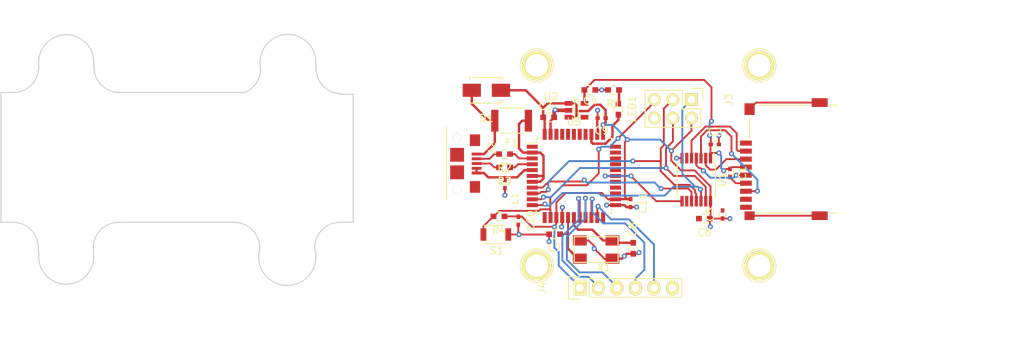
<source format=kicad_pcb>
(kicad_pcb (version 4) (host pcbnew 4.0.1-3.201512221402+6198~38~ubuntu14.04.1-stable)

  (general
    (links 87)
    (no_connects 52)
    (area 38.218825 74.854999 178.510001 123.265001)
    (thickness 1.6)
    (drawings 44)
    (tracks 428)
    (zones 0)
    (modules 32)
    (nets 29)
  )

  (page A4)
  (title_block
    (company "Released under the CERN Open Hardware License v1.2")
    (comment 1 "wickerboxen@gmail.com - http://wickerbox.net")
    (comment 2 "Designed by Jenner at Wickerbox Electronics")
  )

  (layers
    (0 F.Cu signal)
    (31 B.Cu signal)
    (34 B.Paste user)
    (35 F.Paste user)
    (36 B.SilkS user)
    (37 F.SilkS user)
    (38 B.Mask user)
    (39 F.Mask user)
    (44 Edge.Cuts user)
    (46 B.CrtYd user)
    (47 F.CrtYd user)
    (48 B.Fab user)
    (49 F.Fab user)
  )

  (setup
    (last_trace_width 0.254)
    (user_trace_width 0.127)
    (user_trace_width 0.2032)
    (user_trace_width 0.254)
    (user_trace_width 0.3302)
    (user_trace_width 0.508)
    (user_trace_width 0.762)
    (user_trace_width 1.27)
    (trace_clearance 0.254)
    (zone_clearance 0.508)
    (zone_45_only no)
    (trace_min 0.127)
    (segment_width 0.2)
    (edge_width 0.15)
    (via_size 0.6858)
    (via_drill 0.3302)
    (via_min_size 0.508)
    (via_min_drill 0.254)
    (user_via 0.508 0.254)
    (user_via 0.5842 0.3302)
    (user_via 0.762 0.508)
    (uvia_size 0.6858)
    (uvia_drill 0.3302)
    (uvias_allowed no)
    (uvia_min_size 0)
    (uvia_min_drill 0)
    (pcb_text_width 0.3)
    (pcb_text_size 1.5 1.5)
    (mod_edge_width 0.15)
    (mod_text_size 1 1)
    (mod_text_width 0.15)
    (pad_size 1.524 1.524)
    (pad_drill 0.762)
    (pad_to_mask_clearance 0.2)
    (aux_axis_origin 0 0)
    (visible_elements FFFEDF79)
    (pcbplotparams
      (layerselection 0x000fc_80000001)
      (usegerberextensions true)
      (excludeedgelayer true)
      (linewidth 0.100000)
      (plotframeref false)
      (viasonmask false)
      (mode 1)
      (useauxorigin false)
      (hpglpennumber 1)
      (hpglpenspeed 20)
      (hpglpendiameter 15)
      (hpglpenoverlay 2)
      (psnegative false)
      (psa4output false)
      (plotreference true)
      (plotvalue true)
      (plotinvisibletext false)
      (padsonsilk false)
      (subtractmaskfromsilk false)
      (outputformat 1)
      (mirror false)
      (drillshape 0)
      (scaleselection 1)
      (outputdirectory ""))
  )

  (net 0 "")
  (net 1 +3V3)
  (net 2 GND)
  (net 3 +5V)
  (net 4 "Net-(C7-Pad1)")
  (net 5 "Net-(C8-Pad1)")
  (net 6 VUSB)
  (net 7 /SD_CS)
  (net 8 /SD_MOSI)
  (net 9 /SD_SCLK)
  (net 10 /SD_MISO)
  (net 11 /USB_D-)
  (net 12 /USB_D+)
  (net 13 /UGND)
  (net 14 /MISO)
  (net 15 /SCLK)
  (net 16 /MOSI)
  (net 17 /~RESET)
  (net 18 "Net-(LED1-Pad1)")
  (net 19 /~3STATE)
  (net 20 /CS)
  (net 21 /LIDAR_EN)
  (net 22 /LIDAR_MODE)
  (net 23 /SCL)
  (net 24 /SDA)
  (net 25 /HEARTBEAT)
  (net 26 "Net-(J2-Pad2)")
  (net 27 "Net-(J2-Pad3)")
  (net 28 /VUSB_IN)

  (net_class Default "This is the default net class."
    (clearance 0.254)
    (trace_width 0.254)
    (via_dia 0.6858)
    (via_drill 0.3302)
    (uvia_dia 0.6858)
    (uvia_drill 0.3302)
    (add_net +3V3)
    (add_net +5V)
    (add_net /CS)
    (add_net /HEARTBEAT)
    (add_net /LIDAR_EN)
    (add_net /LIDAR_MODE)
    (add_net /MISO)
    (add_net /MOSI)
    (add_net /SCL)
    (add_net /SCLK)
    (add_net /SDA)
    (add_net /SD_CS)
    (add_net /SD_MISO)
    (add_net /SD_MOSI)
    (add_net /SD_SCLK)
    (add_net /UGND)
    (add_net /USB_D+)
    (add_net /USB_D-)
    (add_net /VUSB_IN)
    (add_net /~3STATE)
    (add_net /~RESET)
    (add_net GND)
    (add_net "Net-(C7-Pad1)")
    (add_net "Net-(C8-Pad1)")
    (add_net "Net-(J2-Pad2)")
    (add_net "Net-(J2-Pad3)")
    (add_net "Net-(LED1-Pad1)")
    (add_net VUSB)
  )

  (module Wickerlib:Pin_Header_Straight_1x06 (layer F.Cu) (tedit 0) (tstamp 577EDD96)
    (at 117.6528 114.3 90)
    (descr "Through hole pin header")
    (tags "pin header")
    (path /577E7C86)
    (fp_text reference J4 (at 0 -5.1 90) (layer F.SilkS)
      (effects (font (size 1 1) (thickness 0.15)))
    )
    (fp_text value LIDAR (at 0 -3.1 90) (layer F.Fab)
      (effects (font (size 1 1) (thickness 0.15)))
    )
    (fp_line (start -1.75 -1.75) (end -1.75 14.45) (layer F.CrtYd) (width 0.05))
    (fp_line (start 1.75 -1.75) (end 1.75 14.45) (layer F.CrtYd) (width 0.05))
    (fp_line (start -1.75 -1.75) (end 1.75 -1.75) (layer F.CrtYd) (width 0.05))
    (fp_line (start -1.75 14.45) (end 1.75 14.45) (layer F.CrtYd) (width 0.05))
    (fp_line (start 1.27 1.27) (end 1.27 13.97) (layer F.SilkS) (width 0.15))
    (fp_line (start 1.27 13.97) (end -1.27 13.97) (layer F.SilkS) (width 0.15))
    (fp_line (start -1.27 13.97) (end -1.27 1.27) (layer F.SilkS) (width 0.15))
    (fp_line (start 1.55 -1.55) (end 1.55 0) (layer F.SilkS) (width 0.15))
    (fp_line (start 1.27 1.27) (end -1.27 1.27) (layer F.SilkS) (width 0.15))
    (fp_line (start -1.55 0) (end -1.55 -1.55) (layer F.SilkS) (width 0.15))
    (fp_line (start -1.55 -1.55) (end 1.55 -1.55) (layer F.SilkS) (width 0.15))
    (pad 1 thru_hole rect (at 0 0 90) (size 2.032 1.7272) (drill 1.016) (layers *.Cu *.Mask F.SilkS)
      (net 3 +5V))
    (pad 2 thru_hole oval (at 0 2.54 90) (size 2.032 1.7272) (drill 1.016) (layers *.Cu *.Mask F.SilkS)
      (net 21 /LIDAR_EN))
    (pad 3 thru_hole oval (at 0 5.08 90) (size 2.032 1.7272) (drill 1.016) (layers *.Cu *.Mask F.SilkS)
      (net 22 /LIDAR_MODE))
    (pad 4 thru_hole oval (at 0 7.62 90) (size 2.032 1.7272) (drill 1.016) (layers *.Cu *.Mask F.SilkS)
      (net 23 /SCL))
    (pad 5 thru_hole oval (at 0 10.16 90) (size 2.032 1.7272) (drill 1.016) (layers *.Cu *.Mask F.SilkS)
      (net 24 /SDA))
    (pad 6 thru_hole oval (at 0 12.7 90) (size 2.032 1.7272) (drill 1.016) (layers *.Cu *.Mask F.SilkS)
      (net 2 GND))
    (model Pin_Headers.3dshapes/Pin_Header_Straight_1x06.wrl
      (at (xyz 0 -0.25 0))
      (scale (xyz 1 1 1))
      (rotate (xyz 0 0 90))
    )
  )

  (module Wickerlib:TSSOP-14_4.4x5mm_Pitch0.65mm (layer F.Cu) (tedit 54130A77) (tstamp 577EDDBA)
    (at 133.604 99.4664 270)
    (descr "14-Lead Plastic Thin Shrink Small Outline (ST)-4.4 mm Body [TSSOP] (see Microchip Packaging Specification 00000049BS.pdf)")
    (tags "SSOP 0.65")
    (path /577FB779)
    (attr smd)
    (fp_text reference U1 (at 0 -3.55 270) (layer F.SilkS)
      (effects (font (size 1 1) (thickness 0.15)))
    )
    (fp_text value MAX3377 (at 0 3.55 270) (layer F.Fab)
      (effects (font (size 1 1) (thickness 0.15)))
    )
    (fp_line (start -3.95 -2.8) (end -3.95 2.8) (layer F.CrtYd) (width 0.05))
    (fp_line (start 3.95 -2.8) (end 3.95 2.8) (layer F.CrtYd) (width 0.05))
    (fp_line (start -3.95 -2.8) (end 3.95 -2.8) (layer F.CrtYd) (width 0.05))
    (fp_line (start -3.95 2.8) (end 3.95 2.8) (layer F.CrtYd) (width 0.05))
    (fp_line (start -2.325 -2.625) (end -2.325 -2.4) (layer F.SilkS) (width 0.15))
    (fp_line (start 2.325 -2.625) (end 2.325 -2.4) (layer F.SilkS) (width 0.15))
    (fp_line (start 2.325 2.625) (end 2.325 2.4) (layer F.SilkS) (width 0.15))
    (fp_line (start -2.325 2.625) (end -2.325 2.4) (layer F.SilkS) (width 0.15))
    (fp_line (start -2.325 -2.625) (end 2.325 -2.625) (layer F.SilkS) (width 0.15))
    (fp_line (start -2.325 2.625) (end 2.325 2.625) (layer F.SilkS) (width 0.15))
    (fp_line (start -2.325 -2.4) (end -3.675 -2.4) (layer F.SilkS) (width 0.15))
    (pad 1 smd rect (at -2.95 -1.95 270) (size 1.45 0.45) (layers F.Cu F.Paste F.Mask)
      (net 1 +3V3))
    (pad 2 smd rect (at -2.95 -1.3 270) (size 1.45 0.45) (layers F.Cu F.Paste F.Mask)
      (net 8 /SD_MOSI))
    (pad 3 smd rect (at -2.95 -0.65 270) (size 1.45 0.45) (layers F.Cu F.Paste F.Mask)
      (net 10 /SD_MISO))
    (pad 4 smd rect (at -2.95 0 270) (size 1.45 0.45) (layers F.Cu F.Paste F.Mask)
      (net 9 /SD_SCLK))
    (pad 5 smd rect (at -2.95 0.65 270) (size 1.45 0.45) (layers F.Cu F.Paste F.Mask)
      (net 7 /SD_CS))
    (pad 6 smd rect (at -2.95 1.3 270) (size 1.45 0.45) (layers F.Cu F.Paste F.Mask))
    (pad 7 smd rect (at -2.95 1.95 270) (size 1.45 0.45) (layers F.Cu F.Paste F.Mask)
      (net 2 GND))
    (pad 8 smd rect (at 2.95 1.95 270) (size 1.45 0.45) (layers F.Cu F.Paste F.Mask)
      (net 19 /~3STATE))
    (pad 9 smd rect (at 2.95 1.3 270) (size 1.45 0.45) (layers F.Cu F.Paste F.Mask))
    (pad 10 smd rect (at 2.95 0.65 270) (size 1.45 0.45) (layers F.Cu F.Paste F.Mask)
      (net 20 /CS))
    (pad 11 smd rect (at 2.95 0 270) (size 1.45 0.45) (layers F.Cu F.Paste F.Mask)
      (net 15 /SCLK))
    (pad 12 smd rect (at 2.95 -0.65 270) (size 1.45 0.45) (layers F.Cu F.Paste F.Mask)
      (net 14 /MISO))
    (pad 13 smd rect (at 2.95 -1.3 270) (size 1.45 0.45) (layers F.Cu F.Paste F.Mask)
      (net 16 /MOSI))
    (pad 14 smd rect (at 2.95 -1.95 270) (size 1.45 0.45) (layers F.Cu F.Paste F.Mask)
      (net 3 +5V))
    (model Housings_SSOP.3dshapes/TSSOP-14_4.4x5mm_Pitch0.65mm.wrl
      (at (xyz 0 0 0))
      (scale (xyz 1 1 1))
      (rotate (xyz 0 0 0))
    )
  )

  (module Wickerlib:Pin_Header_Straight_2x03 (layer F.Cu) (tedit 54EA0A4B) (tstamp 577EDD8C)
    (at 132.9436 88.4936 270)
    (descr "Through hole pin header")
    (tags "pin header")
    (path /577E827F)
    (fp_text reference J3 (at 0 -5.1 270) (layer F.SilkS)
      (effects (font (size 1 1) (thickness 0.15)))
    )
    (fp_text value ICSP (at 0 -3.1 270) (layer F.Fab)
      (effects (font (size 1 1) (thickness 0.15)))
    )
    (fp_line (start -1.27 1.27) (end -1.27 6.35) (layer F.SilkS) (width 0.15))
    (fp_line (start -1.55 -1.55) (end 0 -1.55) (layer F.SilkS) (width 0.15))
    (fp_line (start -1.75 -1.75) (end -1.75 6.85) (layer F.CrtYd) (width 0.05))
    (fp_line (start 4.3 -1.75) (end 4.3 6.85) (layer F.CrtYd) (width 0.05))
    (fp_line (start -1.75 -1.75) (end 4.3 -1.75) (layer F.CrtYd) (width 0.05))
    (fp_line (start -1.75 6.85) (end 4.3 6.85) (layer F.CrtYd) (width 0.05))
    (fp_line (start 1.27 -1.27) (end 1.27 1.27) (layer F.SilkS) (width 0.15))
    (fp_line (start 1.27 1.27) (end -1.27 1.27) (layer F.SilkS) (width 0.15))
    (fp_line (start -1.27 6.35) (end 3.81 6.35) (layer F.SilkS) (width 0.15))
    (fp_line (start 3.81 6.35) (end 3.81 1.27) (layer F.SilkS) (width 0.15))
    (fp_line (start -1.55 -1.55) (end -1.55 0) (layer F.SilkS) (width 0.15))
    (fp_line (start 3.81 -1.27) (end 1.27 -1.27) (layer F.SilkS) (width 0.15))
    (fp_line (start 3.81 1.27) (end 3.81 -1.27) (layer F.SilkS) (width 0.15))
    (pad 1 thru_hole rect (at 0 0 270) (size 1.7272 1.7272) (drill 1.016) (layers *.Cu *.Mask F.SilkS)
      (net 14 /MISO))
    (pad 2 thru_hole oval (at 2.54 0 270) (size 1.7272 1.7272) (drill 1.016) (layers *.Cu *.Mask F.SilkS)
      (net 3 +5V))
    (pad 3 thru_hole oval (at 0 2.54 270) (size 1.7272 1.7272) (drill 1.016) (layers *.Cu *.Mask F.SilkS)
      (net 15 /SCLK))
    (pad 4 thru_hole oval (at 2.54 2.54 270) (size 1.7272 1.7272) (drill 1.016) (layers *.Cu *.Mask F.SilkS)
      (net 16 /MOSI))
    (pad 5 thru_hole oval (at 0 5.08 270) (size 1.7272 1.7272) (drill 1.016) (layers *.Cu *.Mask F.SilkS)
      (net 17 /~RESET))
    (pad 6 thru_hole oval (at 2.54 5.08 270) (size 1.7272 1.7272) (drill 1.016) (layers *.Cu *.Mask F.SilkS)
      (net 2 GND))
    (model Pin_Headers.3dshapes/Pin_Header_Straight_2x03.wrl
      (at (xyz 0.05 -0.1 0))
      (scale (xyz 1 1 1))
      (rotate (xyz 0 0 90))
    )
  )

  (module 1812 (layer F.Cu) (tedit 5415D8C7) (tstamp 577EFD51)
    (at 108.3056 91.3892 180)
    (descr "Capacitor SMD 1812, reflow soldering, AVX (see smccp.pdf)")
    (tags "capacitor 1812")
    (path /577F1199)
    (attr smd)
    (fp_text reference F1 (at 0 -3 180) (layer F.SilkS)
      (effects (font (size 1 1) (thickness 0.15)))
    )
    (fp_text value 500mA (at 0 3 180) (layer F.Fab)
      (effects (font (size 1 1) (thickness 0.15)))
    )
    (fp_line (start -3.1 -1.85) (end 3.1 -1.85) (layer F.CrtYd) (width 0.05))
    (fp_line (start -3.1 1.85) (end 3.1 1.85) (layer F.CrtYd) (width 0.05))
    (fp_line (start -3.1 -1.85) (end -3.1 1.85) (layer F.CrtYd) (width 0.05))
    (fp_line (start 3.1 -1.85) (end 3.1 1.85) (layer F.CrtYd) (width 0.05))
    (fp_line (start 1.8 -1.725) (end -1.8 -1.725) (layer F.SilkS) (width 0.15))
    (fp_line (start -1.8 1.725) (end 1.8 1.725) (layer F.SilkS) (width 0.15))
    (pad 1 smd rect (at -2.3 0 180) (size 1 3) (layers F.Cu F.Paste F.Mask)
      (net 28 /VUSB_IN))
    (pad 2 smd rect (at 2.3 0 180) (size 1 3) (layers F.Cu F.Paste F.Mask)
      (net 6 VUSB))
    (model Capacitors_SMD.3dshapes/C_1812.wrl
      (at (xyz 0 0 0))
      (scale (xyz 1 1 1))
      (rotate (xyz 0 0 0))
    )
  )

  (module Wickerlib:0603 (layer F.Cu) (tedit 5415D631) (tstamp 577EDD30)
    (at 119.0244 87.1728)
    (descr "Capacitor SMD 0603, reflow soldering, AVX (see smccp.pdf)")
    (tags "capacitor 0603")
    (path /577EB98E)
    (attr smd)
    (fp_text reference C4 (at 0.0508 1.4732) (layer F.SilkS)
      (effects (font (size 1 1) (thickness 0.15)))
    )
    (fp_text value "1uF 25V" (at 0 1.9) (layer F.Fab)
      (effects (font (size 1 1) (thickness 0.15)))
    )
    (fp_line (start -1.45 -0.75) (end 1.45 -0.75) (layer F.CrtYd) (width 0.05))
    (fp_line (start -1.45 0.75) (end 1.45 0.75) (layer F.CrtYd) (width 0.05))
    (fp_line (start -1.45 -0.75) (end -1.45 0.75) (layer F.CrtYd) (width 0.05))
    (fp_line (start 1.45 -0.75) (end 1.45 0.75) (layer F.CrtYd) (width 0.05))
    (fp_line (start -0.35 -0.6) (end 0.35 -0.6) (layer F.SilkS) (width 0.15))
    (fp_line (start 0.35 0.6) (end -0.35 0.6) (layer F.SilkS) (width 0.15))
    (pad 1 smd rect (at -0.75 0) (size 0.8 0.75) (layers F.Cu F.Paste F.Mask)
      (net 1 +3V3))
    (pad 2 smd rect (at 0.75 0) (size 0.8 0.75) (layers F.Cu F.Paste F.Mask)
      (net 2 GND))
    (model Capacitors_SMD.3dshapes/C_0603.wrl
      (at (xyz 0 0 0))
      (scale (xyz 1 1 1))
      (rotate (xyz 0 0 0))
    )
  )

  (module Wickerlib:CRYSTAL-CTS-4SMD (layer F.Cu) (tedit 57322BE6) (tstamp 577EDDFB)
    (at 122.8852 107.2896 180)
    (path /577E6FAD)
    (fp_text reference X1 (at 1.9304 -4.2418 180) (layer F.SilkS)
      (effects (font (size 1 1) (thickness 0.15)))
    )
    (fp_text value 16MHZ (at 0 -0.5 180) (layer F.Fab) hide
      (effects (font (size 1 1) (thickness 0.15)))
    )
    (fp_line (start 0 0) (end 0 -3.5052) (layer F.SilkS) (width 0.1524))
    (fp_line (start 0 0) (end 5.9944 0) (layer F.SilkS) (width 0.1524))
    (fp_line (start 0 -3.5052) (end 5.9944 -3.5052) (layer F.SilkS) (width 0.1524))
    (fp_line (start 5.9944 0) (end 5.9944 -3.5052) (layer F.SilkS) (width 0.1524))
    (pad 3 smd rect (at 5.2324 -2.9972 180) (size 1.905 1.397) (layers F.Cu F.Paste F.Mask)
      (net 4 "Net-(C7-Pad1)"))
    (pad 4 smd rect (at 0.762 -2.9972 180) (size 1.905 1.397) (layers F.Cu F.Paste F.Mask)
      (net 2 GND))
    (pad 2 smd rect (at 5.2324 -0.508 180) (size 1.905 1.397) (layers F.Cu F.Paste F.Mask)
      (net 2 GND))
    (pad 1 smd rect (at 0.762 -0.508 180) (size 1.905 1.397) (layers F.Cu F.Paste F.Mask)
      (net 5 "Net-(C8-Pad1)"))
  )

  (module Wickerlib:ARDUINO-MOUNTING-HOLE locked (layer F.Cu) (tedit 577ED6FF) (tstamp 577ED6C5)
    (at 142.24 111.252)
    (descr "module 1 pin (ou trou mecanique de percage)")
    (tags DEV)
    (fp_text reference P7 (at 0 -3.048) (layer F.SilkS) hide
      (effects (font (size 1 1) (thickness 0.15)))
    )
    (fp_text value CONN_1 (at 0 2.794) (layer F.Fab)
      (effects (font (size 1 1) (thickness 0.15)))
    )
    (fp_circle (center 0 0) (end 0 -2.286) (layer F.SilkS) (width 0.15))
    (pad 1 thru_hole circle (at 0 0) (size 4.064 4.064) (drill 3.048) (layers *.Cu *.Mask F.SilkS))
  )

  (module Wickerlib:ARDUINO-MOUNTING-HOLE locked (layer F.Cu) (tedit 577ED702) (tstamp 577ED6C1)
    (at 111.76 111.252)
    (descr "module 1 pin (ou trou mecanique de percage)")
    (tags DEV)
    (fp_text reference P7 (at 0 -3.048) (layer F.SilkS) hide
      (effects (font (size 1 1) (thickness 0.15)))
    )
    (fp_text value CONN_1 (at 0 2.794) (layer F.Fab)
      (effects (font (size 1 1) (thickness 0.15)))
    )
    (fp_circle (center 0 0) (end 0 -2.286) (layer F.SilkS) (width 0.15))
    (pad 1 thru_hole circle (at 0 0) (size 4.064 4.064) (drill 3.048) (layers *.Cu *.Mask F.SilkS))
  )

  (module Wickerlib:ARDUINO-MOUNTING-HOLE locked (layer F.Cu) (tedit 577ED6FB) (tstamp 577ED6A3)
    (at 142.24 83.82)
    (descr "module 1 pin (ou trou mecanique de percage)")
    (tags DEV)
    (fp_text reference P7 (at 0 -3.048) (layer F.SilkS) hide
      (effects (font (size 1 1) (thickness 0.15)))
    )
    (fp_text value CONN_1 (at 0 2.794) (layer F.Fab)
      (effects (font (size 1 1) (thickness 0.15)))
    )
    (fp_circle (center 0 0) (end 0 -2.286) (layer F.SilkS) (width 0.15))
    (pad 1 thru_hole circle (at 0 0) (size 4.064 4.064) (drill 3.048) (layers *.Cu *.Mask F.SilkS))
  )

  (module Wickerlib:ARDUINO-MOUNTING-HOLE locked (layer F.Cu) (tedit 577ED6FD) (tstamp 577ED673)
    (at 111.76 83.82)
    (descr "module 1 pin (ou trou mecanique de percage)")
    (tags DEV)
    (fp_text reference P7 (at 0 -3.048) (layer F.SilkS) hide
      (effects (font (size 1 1) (thickness 0.15)))
    )
    (fp_text value CONN_1 (at 0 2.794) (layer F.Fab)
      (effects (font (size 1 1) (thickness 0.15)))
    )
    (fp_circle (center 0 0) (end 0 -2.286) (layer F.SilkS) (width 0.15))
    (pad 1 thru_hole circle (at 0 0) (size 4.064 4.064) (drill 3.048) (layers *.Cu *.Mask F.SilkS))
  )

  (module Wickerlib:0402 (layer F.Cu) (tedit 5415D599) (tstamp 577EDD1E)
    (at 138.2268 98.552 270)
    (descr "Capacitor SMD 0402, reflow soldering, AVX (see smccp.pdf)")
    (tags "capacitor 0402")
    (path /577FB9A8)
    (attr smd)
    (fp_text reference C1 (at 0 -1.7 270) (layer F.SilkS)
      (effects (font (size 1 1) (thickness 0.15)))
    )
    (fp_text value 100nF (at 0 1.7 270) (layer F.Fab)
      (effects (font (size 1 1) (thickness 0.15)))
    )
    (fp_line (start -1.15 -0.6) (end 1.15 -0.6) (layer F.CrtYd) (width 0.05))
    (fp_line (start -1.15 0.6) (end 1.15 0.6) (layer F.CrtYd) (width 0.05))
    (fp_line (start -1.15 -0.6) (end -1.15 0.6) (layer F.CrtYd) (width 0.05))
    (fp_line (start 1.15 -0.6) (end 1.15 0.6) (layer F.CrtYd) (width 0.05))
    (fp_line (start 0.25 -0.475) (end -0.25 -0.475) (layer F.SilkS) (width 0.15))
    (fp_line (start -0.25 0.475) (end 0.25 0.475) (layer F.SilkS) (width 0.15))
    (pad 1 smd rect (at -0.55 0 270) (size 0.6 0.5) (layers F.Cu F.Paste F.Mask)
      (net 1 +3V3))
    (pad 2 smd rect (at 0.55 0 270) (size 0.6 0.5) (layers F.Cu F.Paste F.Mask)
      (net 2 GND))
    (model Capacitors_SMD.3dshapes/C_0402.wrl
      (at (xyz 0 0 0))
      (scale (xyz 1 1 1))
      (rotate (xyz 0 0 0))
    )
  )

  (module Wickerlib:0402 (layer F.Cu) (tedit 5415D599) (tstamp 577EDD24)
    (at 136.144 94.6404)
    (descr "Capacitor SMD 0402, reflow soldering, AVX (see smccp.pdf)")
    (tags "capacitor 0402")
    (path /577FE90F)
    (attr smd)
    (fp_text reference C2 (at 0 -1.7) (layer F.SilkS)
      (effects (font (size 1 1) (thickness 0.15)))
    )
    (fp_text value "100nF 10V" (at 0 1.7) (layer F.Fab)
      (effects (font (size 1 1) (thickness 0.15)))
    )
    (fp_line (start -1.15 -0.6) (end 1.15 -0.6) (layer F.CrtYd) (width 0.05))
    (fp_line (start -1.15 0.6) (end 1.15 0.6) (layer F.CrtYd) (width 0.05))
    (fp_line (start -1.15 -0.6) (end -1.15 0.6) (layer F.CrtYd) (width 0.05))
    (fp_line (start 1.15 -0.6) (end 1.15 0.6) (layer F.CrtYd) (width 0.05))
    (fp_line (start 0.25 -0.475) (end -0.25 -0.475) (layer F.SilkS) (width 0.15))
    (fp_line (start -0.25 0.475) (end 0.25 0.475) (layer F.SilkS) (width 0.15))
    (pad 1 smd rect (at -0.55 0) (size 0.6 0.5) (layers F.Cu F.Paste F.Mask)
      (net 1 +3V3))
    (pad 2 smd rect (at 0.55 0) (size 0.6 0.5) (layers F.Cu F.Paste F.Mask)
      (net 2 GND))
    (model Capacitors_SMD.3dshapes/C_0402.wrl
      (at (xyz 0 0 0))
      (scale (xyz 1 1 1))
      (rotate (xyz 0 0 0))
    )
  )

  (module Wickerlib:0603 (layer F.Cu) (tedit 5415D631) (tstamp 577EDD2A)
    (at 113.3856 90.932)
    (descr "Capacitor SMD 0603, reflow soldering, AVX (see smccp.pdf)")
    (tags "capacitor 0603")
    (path /577EB71E)
    (attr smd)
    (fp_text reference C3 (at -0.4064 -1.524) (layer F.SilkS)
      (effects (font (size 1 1) (thickness 0.15)))
    )
    (fp_text value "1uF 25V" (at 0 1.9) (layer F.Fab)
      (effects (font (size 1 1) (thickness 0.15)))
    )
    (fp_line (start -1.45 -0.75) (end 1.45 -0.75) (layer F.CrtYd) (width 0.05))
    (fp_line (start -1.45 0.75) (end 1.45 0.75) (layer F.CrtYd) (width 0.05))
    (fp_line (start -1.45 -0.75) (end -1.45 0.75) (layer F.CrtYd) (width 0.05))
    (fp_line (start 1.45 -0.75) (end 1.45 0.75) (layer F.CrtYd) (width 0.05))
    (fp_line (start -0.35 -0.6) (end 0.35 -0.6) (layer F.SilkS) (width 0.15))
    (fp_line (start 0.35 0.6) (end -0.35 0.6) (layer F.SilkS) (width 0.15))
    (pad 1 smd rect (at -0.75 0) (size 0.8 0.75) (layers F.Cu F.Paste F.Mask)
      (net 3 +5V))
    (pad 2 smd rect (at 0.75 0) (size 0.8 0.75) (layers F.Cu F.Paste F.Mask)
      (net 2 GND))
    (model Capacitors_SMD.3dshapes/C_0603.wrl
      (at (xyz 0 0 0))
      (scale (xyz 1 1 1))
      (rotate (xyz 0 0 0))
    )
  )

  (module Wickerlib:0402 (layer F.Cu) (tedit 5415D599) (tstamp 577EDD36)
    (at 137.2108 104.2416 90)
    (descr "Capacitor SMD 0402, reflow soldering, AVX (see smccp.pdf)")
    (tags "capacitor 0402")
    (path /577FE9C1)
    (attr smd)
    (fp_text reference C5 (at 0 -1.7 90) (layer F.SilkS)
      (effects (font (size 1 1) (thickness 0.15)))
    )
    (fp_text value "100nF 10V" (at 0 1.7 90) (layer F.Fab)
      (effects (font (size 1 1) (thickness 0.15)))
    )
    (fp_line (start -1.15 -0.6) (end 1.15 -0.6) (layer F.CrtYd) (width 0.05))
    (fp_line (start -1.15 0.6) (end 1.15 0.6) (layer F.CrtYd) (width 0.05))
    (fp_line (start -1.15 -0.6) (end -1.15 0.6) (layer F.CrtYd) (width 0.05))
    (fp_line (start 1.15 -0.6) (end 1.15 0.6) (layer F.CrtYd) (width 0.05))
    (fp_line (start 0.25 -0.475) (end -0.25 -0.475) (layer F.SilkS) (width 0.15))
    (fp_line (start -0.25 0.475) (end 0.25 0.475) (layer F.SilkS) (width 0.15))
    (pad 1 smd rect (at -0.55 0 90) (size 0.6 0.5) (layers F.Cu F.Paste F.Mask)
      (net 3 +5V))
    (pad 2 smd rect (at 0.55 0 90) (size 0.6 0.5) (layers F.Cu F.Paste F.Mask)
      (net 2 GND))
    (model Capacitors_SMD.3dshapes/C_0402.wrl
      (at (xyz 0 0 0))
      (scale (xyz 1 1 1))
      (rotate (xyz 0 0 0))
    )
  )

  (module Wickerlib:0603 (layer F.Cu) (tedit 5415D631) (tstamp 577EDD3C)
    (at 134.7216 104.8004 180)
    (descr "Capacitor SMD 0603, reflow soldering, AVX (see smccp.pdf)")
    (tags "capacitor 0603")
    (path /577FEF6B)
    (attr smd)
    (fp_text reference C6 (at 0 -1.9 180) (layer F.SilkS)
      (effects (font (size 1 1) (thickness 0.15)))
    )
    (fp_text value "1uF 25V" (at 0 1.9 180) (layer F.Fab)
      (effects (font (size 1 1) (thickness 0.15)))
    )
    (fp_line (start -1.45 -0.75) (end 1.45 -0.75) (layer F.CrtYd) (width 0.05))
    (fp_line (start -1.45 0.75) (end 1.45 0.75) (layer F.CrtYd) (width 0.05))
    (fp_line (start -1.45 -0.75) (end -1.45 0.75) (layer F.CrtYd) (width 0.05))
    (fp_line (start 1.45 -0.75) (end 1.45 0.75) (layer F.CrtYd) (width 0.05))
    (fp_line (start -0.35 -0.6) (end 0.35 -0.6) (layer F.SilkS) (width 0.15))
    (fp_line (start 0.35 0.6) (end -0.35 0.6) (layer F.SilkS) (width 0.15))
    (pad 1 smd rect (at -0.75 0 180) (size 0.8 0.75) (layers F.Cu F.Paste F.Mask)
      (net 3 +5V))
    (pad 2 smd rect (at 0.75 0 180) (size 0.8 0.75) (layers F.Cu F.Paste F.Mask)
      (net 2 GND))
    (model Capacitors_SMD.3dshapes/C_0603.wrl
      (at (xyz 0 0 0))
      (scale (xyz 1 1 1))
      (rotate (xyz 0 0 0))
    )
  )

  (module Wickerlib:0603 (layer F.Cu) (tedit 5415D631) (tstamp 577EDD42)
    (at 114.1984 106.934 180)
    (descr "Capacitor SMD 0603, reflow soldering, AVX (see smccp.pdf)")
    (tags "capacitor 0603")
    (path /577E7293)
    (attr smd)
    (fp_text reference C7 (at 0 -1.9 180) (layer F.SilkS)
      (effects (font (size 1 1) (thickness 0.15)))
    )
    (fp_text value 22pF (at 0 1.9 180) (layer F.Fab)
      (effects (font (size 1 1) (thickness 0.15)))
    )
    (fp_line (start -1.45 -0.75) (end 1.45 -0.75) (layer F.CrtYd) (width 0.05))
    (fp_line (start -1.45 0.75) (end 1.45 0.75) (layer F.CrtYd) (width 0.05))
    (fp_line (start -1.45 -0.75) (end -1.45 0.75) (layer F.CrtYd) (width 0.05))
    (fp_line (start 1.45 -0.75) (end 1.45 0.75) (layer F.CrtYd) (width 0.05))
    (fp_line (start -0.35 -0.6) (end 0.35 -0.6) (layer F.SilkS) (width 0.15))
    (fp_line (start 0.35 0.6) (end -0.35 0.6) (layer F.SilkS) (width 0.15))
    (pad 1 smd rect (at -0.75 0 180) (size 0.8 0.75) (layers F.Cu F.Paste F.Mask)
      (net 4 "Net-(C7-Pad1)"))
    (pad 2 smd rect (at 0.75 0 180) (size 0.8 0.75) (layers F.Cu F.Paste F.Mask)
      (net 2 GND))
    (model Capacitors_SMD.3dshapes/C_0603.wrl
      (at (xyz 0 0 0))
      (scale (xyz 1 1 1))
      (rotate (xyz 0 0 0))
    )
  )

  (module Wickerlib:0603 (layer F.Cu) (tedit 5415D631) (tstamp 577EDD48)
    (at 124.968 108.8644 270)
    (descr "Capacitor SMD 0603, reflow soldering, AVX (see smccp.pdf)")
    (tags "capacitor 0603")
    (path /577E73A2)
    (attr smd)
    (fp_text reference C8 (at -2.5908 0.0508 270) (layer F.SilkS)
      (effects (font (size 1 1) (thickness 0.15)))
    )
    (fp_text value 22pF (at 0 1.9 270) (layer F.Fab)
      (effects (font (size 1 1) (thickness 0.15)))
    )
    (fp_line (start -1.45 -0.75) (end 1.45 -0.75) (layer F.CrtYd) (width 0.05))
    (fp_line (start -1.45 0.75) (end 1.45 0.75) (layer F.CrtYd) (width 0.05))
    (fp_line (start -1.45 -0.75) (end -1.45 0.75) (layer F.CrtYd) (width 0.05))
    (fp_line (start 1.45 -0.75) (end 1.45 0.75) (layer F.CrtYd) (width 0.05))
    (fp_line (start -0.35 -0.6) (end 0.35 -0.6) (layer F.SilkS) (width 0.15))
    (fp_line (start 0.35 0.6) (end -0.35 0.6) (layer F.SilkS) (width 0.15))
    (pad 1 smd rect (at -0.75 0 270) (size 0.8 0.75) (layers F.Cu F.Paste F.Mask)
      (net 5 "Net-(C8-Pad1)"))
    (pad 2 smd rect (at 0.75 0 270) (size 0.8 0.75) (layers F.Cu F.Paste F.Mask)
      (net 2 GND))
    (model Capacitors_SMD.3dshapes/C_0603.wrl
      (at (xyz 0 0 0))
      (scale (xyz 1 1 1))
      (rotate (xyz 0 0 0))
    )
  )

  (module Wickerlib:0402 (layer F.Cu) (tedit 5415D599) (tstamp 577EDD4E)
    (at 120.6412 91.0336 180)
    (descr "Capacitor SMD 0402, reflow soldering, AVX (see smccp.pdf)")
    (tags "capacitor 0402")
    (path /57808664)
    (attr smd)
    (fp_text reference C9 (at 0 -1.7 180) (layer F.SilkS)
      (effects (font (size 1 1) (thickness 0.15)))
    )
    (fp_text value "100nF 10V" (at 0 1.7 180) (layer F.Fab)
      (effects (font (size 1 1) (thickness 0.15)))
    )
    (fp_line (start -1.15 -0.6) (end 1.15 -0.6) (layer F.CrtYd) (width 0.05))
    (fp_line (start -1.15 0.6) (end 1.15 0.6) (layer F.CrtYd) (width 0.05))
    (fp_line (start -1.15 -0.6) (end -1.15 0.6) (layer F.CrtYd) (width 0.05))
    (fp_line (start 1.15 -0.6) (end 1.15 0.6) (layer F.CrtYd) (width 0.05))
    (fp_line (start 0.25 -0.475) (end -0.25 -0.475) (layer F.SilkS) (width 0.15))
    (fp_line (start -0.25 0.475) (end 0.25 0.475) (layer F.SilkS) (width 0.15))
    (pad 1 smd rect (at -0.55 0 180) (size 0.6 0.5) (layers F.Cu F.Paste F.Mask)
      (net 3 +5V))
    (pad 2 smd rect (at 0.55 0 180) (size 0.6 0.5) (layers F.Cu F.Paste F.Mask)
      (net 2 GND))
    (model Capacitors_SMD.3dshapes/C_0402.wrl
      (at (xyz 0 0 0))
      (scale (xyz 1 1 1))
      (rotate (xyz 0 0 0))
    )
  )

  (module Wickerlib:0402 (layer F.Cu) (tedit 5415D599) (tstamp 577EDD54)
    (at 109.22 105.1052 270)
    (descr "Capacitor SMD 0402, reflow soldering, AVX (see smccp.pdf)")
    (tags "capacitor 0402")
    (path /578086FB)
    (attr smd)
    (fp_text reference C10 (at 0 -1.7 270) (layer F.SilkS)
      (effects (font (size 1 1) (thickness 0.15)))
    )
    (fp_text value "100nF 10V" (at 0 1.7 270) (layer F.Fab)
      (effects (font (size 1 1) (thickness 0.15)))
    )
    (fp_line (start -1.15 -0.6) (end 1.15 -0.6) (layer F.CrtYd) (width 0.05))
    (fp_line (start -1.15 0.6) (end 1.15 0.6) (layer F.CrtYd) (width 0.05))
    (fp_line (start -1.15 -0.6) (end -1.15 0.6) (layer F.CrtYd) (width 0.05))
    (fp_line (start 1.15 -0.6) (end 1.15 0.6) (layer F.CrtYd) (width 0.05))
    (fp_line (start 0.25 -0.475) (end -0.25 -0.475) (layer F.SilkS) (width 0.15))
    (fp_line (start -0.25 0.475) (end 0.25 0.475) (layer F.SilkS) (width 0.15))
    (pad 1 smd rect (at -0.55 0 270) (size 0.6 0.5) (layers F.Cu F.Paste F.Mask)
      (net 3 +5V))
    (pad 2 smd rect (at 0.55 0 270) (size 0.6 0.5) (layers F.Cu F.Paste F.Mask)
      (net 2 GND))
    (model Capacitors_SMD.3dshapes/C_0402.wrl
      (at (xyz 0 0 0))
      (scale (xyz 1 1 1))
      (rotate (xyz 0 0 0))
    )
  )

  (module Wickerlib:0402 (layer F.Cu) (tedit 5415D599) (tstamp 577EDD5A)
    (at 124.6124 102.6756 270)
    (descr "Capacitor SMD 0402, reflow soldering, AVX (see smccp.pdf)")
    (tags "capacitor 0402")
    (path /57808799)
    (attr smd)
    (fp_text reference C11 (at 0 -1.7 270) (layer F.SilkS)
      (effects (font (size 1 1) (thickness 0.15)))
    )
    (fp_text value "100nF 10V" (at 0 1.7 270) (layer F.Fab)
      (effects (font (size 1 1) (thickness 0.15)))
    )
    (fp_line (start -1.15 -0.6) (end 1.15 -0.6) (layer F.CrtYd) (width 0.05))
    (fp_line (start -1.15 0.6) (end 1.15 0.6) (layer F.CrtYd) (width 0.05))
    (fp_line (start -1.15 -0.6) (end -1.15 0.6) (layer F.CrtYd) (width 0.05))
    (fp_line (start 1.15 -0.6) (end 1.15 0.6) (layer F.CrtYd) (width 0.05))
    (fp_line (start 0.25 -0.475) (end -0.25 -0.475) (layer F.SilkS) (width 0.15))
    (fp_line (start -0.25 0.475) (end 0.25 0.475) (layer F.SilkS) (width 0.15))
    (pad 1 smd rect (at -0.55 0 270) (size 0.6 0.5) (layers F.Cu F.Paste F.Mask)
      (net 3 +5V))
    (pad 2 smd rect (at 0.55 0 270) (size 0.6 0.5) (layers F.Cu F.Paste F.Mask)
      (net 2 GND))
    (model Capacitors_SMD.3dshapes/C_0402.wrl
      (at (xyz 0 0 0))
      (scale (xyz 1 1 1))
      (rotate (xyz 0 0 0))
    )
  )

  (module Wickerlib:Diode_SMA (layer F.Cu) (tedit 57323BEB) (tstamp 577EDD60)
    (at 104.8512 87.2236 180)
    (descr "Diode SMA")
    (tags "Diode SMA")
    (path /577EC14D)
    (attr smd)
    (fp_text reference D1 (at 0 -3.81 180) (layer F.SilkS)
      (effects (font (size 1 1) (thickness 0.15)))
    )
    (fp_text value "20V 1A" (at 0 4.3 180) (layer F.Fab)
      (effects (font (size 1 1) (thickness 0.15)))
    )
    (fp_line (start -3.5 -2) (end 3.5 -2) (layer F.CrtYd) (width 0.05))
    (fp_line (start 3.5 -2) (end 3.5 2) (layer F.CrtYd) (width 0.05))
    (fp_line (start 3.5 2) (end -3.5 2) (layer F.CrtYd) (width 0.05))
    (fp_line (start -3.5 2) (end -3.5 -2) (layer F.CrtYd) (width 0.05))
    (fp_circle (center 0 0) (end 0.20066 -0.0508) (layer F.Adhes) (width 0.381))
    (fp_line (start -1.79914 1.75006) (end -1.79914 1.39954) (layer F.SilkS) (width 0.15))
    (fp_line (start -1.79914 -1.75006) (end -1.79914 -1.39954) (layer F.SilkS) (width 0.15))
    (fp_line (start 2.25044 1.75006) (end 2.25044 1.39954) (layer F.SilkS) (width 0.15))
    (fp_line (start -2.25044 1.75006) (end -2.25044 1.39954) (layer F.SilkS) (width 0.15))
    (fp_line (start -2.25044 -1.75006) (end -2.25044 -1.39954) (layer F.SilkS) (width 0.15))
    (fp_line (start 2.25044 -1.75006) (end 2.25044 -1.39954) (layer F.SilkS) (width 0.15))
    (fp_line (start -2.25044 1.75006) (end 2.25044 1.75006) (layer F.SilkS) (width 0.15))
    (fp_line (start -2.25044 -1.75006) (end 2.25044 -1.75006) (layer F.SilkS) (width 0.15))
    (pad 1 smd rect (at -1.99898 0 180) (size 2.49936 1.80086) (layers F.Cu F.Paste F.Mask)
      (net 3 +5V))
    (pad 2 smd rect (at 1.99898 0 180) (size 2.49936 1.80086) (layers F.Cu F.Paste F.Mask)
      (net 6 VUSB))
    (model Diodes_SMD.3dshapes/SMA_Standard.wrl
      (at (xyz 0 0 0))
      (scale (xyz 0.3937 0.3937 0.3937))
      (rotate (xyz 0 0 180))
    )
  )

  (module Wickerlib:Conn_uSDcard (layer F.Cu) (tedit 560F3EC9) (tstamp 577EDD73)
    (at 150.9112 96.6548 90)
    (path /577E0D25)
    (fp_text reference J1 (at 3.3 -9.6 270) (layer Cmts.User)
      (effects (font (size 0.2 0.2) (thickness 0.02)))
    )
    (fp_text value MICRO-SD (at 4.3 -10.4 90) (layer Dwgs.User) hide
      (effects (font (size 0.3 0.3) (thickness 0.03)))
    )
    (fp_line (start -7.4 2) (end -7.4 1) (layer F.SilkS) (width 0.15))
    (fp_line (start 7.4 1) (end 7.4 2) (layer F.SilkS) (width 0.15))
    (fp_line (start 0 3.3) (end 1.7 3.4) (layer Dwgs.User) (width 0.05))
    (fp_line (start 1.7 3.4) (end 3.5 3.7) (layer Dwgs.User) (width 0.05))
    (fp_line (start 3.5 3.7) (end 4.7 4) (layer Dwgs.User) (width 0.05))
    (fp_line (start -7.4 -1.9) (end -7.4 -9) (layer F.SilkS) (width 0.15))
    (fp_line (start 7.4 -9) (end 7.4 -1.8) (layer F.SilkS) (width 0.15))
    (fp_line (start 2.8 -10) (end 5.8 -10) (layer F.SilkS) (width 0.15))
    (fp_line (start -6.55 8.6) (end -6.55 3.3) (layer Dwgs.User) (width 0.05))
    (fp_line (start -5.85 9.3) (end 3.95 9.3) (layer Dwgs.User) (width 0.05))
    (fp_arc (start -5.85 8.6) (end -6.55 8.6) (angle -90) (layer Dwgs.User) (width 0.05))
    (fp_line (start 4.65 8.6) (end 4.65 4) (layer Dwgs.User) (width 0.05))
    (fp_arc (start 3.95 8.6) (end 4.65 8.6) (angle 90) (layer Dwgs.User) (width 0.05))
    (fp_line (start 4.65 4) (end 7.35 4) (layer Dwgs.User) (width 0.05))
    (fp_line (start -7.35 3.3) (end 0 3.3) (layer Dwgs.User) (width 0.05))
    (fp_line (start 8 4.5) (end -8 4.5) (layer Cmts.User) (width 0.05))
    (fp_line (start -7.35 -10) (end 7.35 -10) (layer Dwgs.User) (width 0.05))
    (fp_line (start 7.35 -10) (end 7.35 4) (layer Dwgs.User) (width 0.05))
    (fp_line (start -7.35 -10) (end -7.35 3.3) (layer Dwgs.User) (width 0.05))
    (pad 6 smd rect (at 7.75 -0.4 90) (size 1.2 2.2) (layers F.Cu F.Paste F.Mask)
      (net 2 GND))
    (pad 6 smd rect (at -7.75 -0.4 90) (size 1.2 2.2) (layers F.Cu F.Paste F.Mask)
      (net 2 GND))
    (pad 6 smd rect (at 6.85 -10 90) (size 1.6 1.4) (layers F.Cu F.Paste F.Mask)
      (net 2 GND))
    (pad 6 smd rect (at -7.75 -10 90) (size 1.2 1.4) (layers F.Cu F.Paste F.Mask)
      (net 2 GND))
    (pad 9 smd rect (at -6.6 -10.5 90) (size 0.7 1.6) (layers F.Cu F.Paste F.Mask))
    (pad 7 smd rect (at -4.4 -10.5 90) (size 0.7 1.6) (layers F.Cu F.Paste F.Mask)
      (net 10 /SD_MISO))
    (pad 8 smd rect (at -5.5 -10.5 90) (size 0.7 1.6) (layers F.Cu F.Paste F.Mask))
    (pad 6 smd rect (at -3.3 -10.5 90) (size 0.7 1.6) (layers F.Cu F.Paste F.Mask)
      (net 2 GND))
    (pad 5 smd rect (at -2.2 -10.5 90) (size 0.7 1.6) (layers F.Cu F.Paste F.Mask)
      (net 9 /SD_SCLK))
    (pad 4 smd rect (at -1.1 -10.5 90) (size 0.7 1.6) (layers F.Cu F.Paste F.Mask)
      (net 1 +3V3))
    (pad 1 smd rect (at 2.2 -10.5 90) (size 0.7 1.6) (layers F.Cu F.Paste F.Mask))
    (pad 2 smd rect (at 1.1 -10.5 90) (size 0.7 1.6) (layers F.Cu F.Paste F.Mask)
      (net 7 /SD_CS))
    (pad "" np_thru_hole circle (at 3.05 0 90) (size 1 1) (drill 1) (layers *.Cu))
    (pad "" np_thru_hole circle (at -4.93 0 90) (size 1 1) (drill 1) (layers *.Cu))
    (pad 3 smd rect (at 0 -10.5 90) (size 0.7 1.6) (layers F.Cu F.Paste F.Mask)
      (net 8 /SD_MOSI))
  )

  (module Wickerlib:USB-Micro-B-10118193_0001LF (layer F.Cu) (tedit 56E4EFCE) (tstamp 577EDD82)
    (at 100.838 97.2628 270)
    (descr "Micro USB Type B 10103594-0001LF")
    (tags "USB USB_B USB_micro USB_OTG")
    (path /577ED831)
    (attr smd)
    (fp_text reference J2 (at -2.1082 -4.7752 270) (layer F.SilkS)
      (effects (font (size 1 1) (thickness 0.15)))
    )
    (fp_text value USB-MICROB-10118193 (at 0 6.175 270) (layer F.Fab)
      (effects (font (size 1 1) (thickness 0.15)))
    )
    (fp_line (start 5.0546 1.524) (end -5.08 1.524) (layer F.CrtYd) (width 0.05))
    (fp_line (start -5.0038 1.4478) (end 4.9962 1.4478) (layer F.SilkS) (width 0.15))
    (fp_line (start -5.08 -3.8608) (end -5.08 1.524) (layer F.CrtYd) (width 0.05))
    (fp_line (start 5.08 -3.8608) (end 5.08 1.524) (layer F.CrtYd) (width 0.05))
    (fp_line (start 5.08 -3.8862) (end -5.0546 -3.8862) (layer F.CrtYd) (width 0.05))
    (pad 1 smd rect (at -1.3 -2.675) (size 1.35 0.4) (layers F.Cu F.Paste F.Mask)
      (net 6 VUSB))
    (pad 2 smd rect (at -0.65 -2.675) (size 1.35 0.4) (layers F.Cu F.Paste F.Mask)
      (net 26 "Net-(J2-Pad2)"))
    (pad 3 smd rect (at -0.0009 -2.675) (size 1.35 0.4) (layers F.Cu F.Paste F.Mask)
      (net 27 "Net-(J2-Pad3)"))
    (pad 4 smd rect (at 0.65 -2.675) (size 1.35 0.4) (layers F.Cu F.Paste F.Mask)
      (net 13 /UGND))
    (pad 5 smd rect (at 1.3 -2.675) (size 1.35 0.4) (layers F.Cu F.Paste F.Mask)
      (net 13 /UGND))
    (pad 6 smd rect (at -3.2 -2.45) (size 1.4 1.6) (layers F.Cu F.Paste F.Mask))
    (pad 6 thru_hole circle (at -3.55 0) (size 1.2 1.2) (drill 1.2) (layers *.Cu *.Mask F.SilkS))
    (pad 6 smd rect (at -1.2 0) (size 1.9 1.9) (layers F.Cu F.Paste F.Mask))
    (pad 6 smd rect (at 1.2 0) (size 1.9 1.9) (layers F.Cu F.Paste F.Mask))
    (pad 6 smd rect (at 3.2 -2.45) (size 1.4 1.6) (layers F.Cu F.Paste F.Mask))
    (pad 6 thru_hole circle (at 3.55 0) (size 1.2 1.2) (drill 1.2) (layers *.Cu *.Mask F.SilkS))
  )

  (module Wickerlib:0402 (layer F.Cu) (tedit 5415D599) (tstamp 577EDD9C)
    (at 107.3912 100.076 270)
    (descr "Capacitor SMD 0402, reflow soldering, AVX (see smccp.pdf)")
    (tags "capacitor 0402")
    (path /577E8170)
    (attr smd)
    (fp_text reference L1 (at 1.9392 -1.3208 270) (layer F.SilkS)
      (effects (font (size 1 1) (thickness 0.15)))
    )
    (fp_text value FERRITE (at 0 1.7 270) (layer F.Fab)
      (effects (font (size 1 1) (thickness 0.15)))
    )
    (fp_line (start -1.15 -0.6) (end 1.15 -0.6) (layer F.CrtYd) (width 0.05))
    (fp_line (start -1.15 0.6) (end 1.15 0.6) (layer F.CrtYd) (width 0.05))
    (fp_line (start -1.15 -0.6) (end -1.15 0.6) (layer F.CrtYd) (width 0.05))
    (fp_line (start 1.15 -0.6) (end 1.15 0.6) (layer F.CrtYd) (width 0.05))
    (fp_line (start 0.25 -0.475) (end -0.25 -0.475) (layer F.SilkS) (width 0.15))
    (fp_line (start -0.25 0.475) (end 0.25 0.475) (layer F.SilkS) (width 0.15))
    (pad 1 smd rect (at -0.55 0 270) (size 0.6 0.5) (layers F.Cu F.Paste F.Mask)
      (net 13 /UGND))
    (pad 2 smd rect (at 0.55 0 270) (size 0.6 0.5) (layers F.Cu F.Paste F.Mask)
      (net 2 GND))
    (model Capacitors_SMD.3dshapes/C_0402.wrl
      (at (xyz 0 0 0))
      (scale (xyz 1 1 1))
      (rotate (xyz 0 0 0))
    )
  )

  (module Wickerlib:0603 (layer F.Cu) (tedit 5415D631) (tstamp 577EDDA2)
    (at 122.936 89.8144 270)
    (descr "Capacitor SMD 0603, reflow soldering, AVX (see smccp.pdf)")
    (tags "capacitor 0603")
    (path /577E7461)
    (attr smd)
    (fp_text reference LED1 (at 0 -1.9 270) (layer F.SilkS)
      (effects (font (size 1 1) (thickness 0.15)))
    )
    (fp_text value RED (at 0 1.9 270) (layer F.Fab)
      (effects (font (size 1 1) (thickness 0.15)))
    )
    (fp_line (start -1.45 -0.75) (end 1.45 -0.75) (layer F.CrtYd) (width 0.05))
    (fp_line (start -1.45 0.75) (end 1.45 0.75) (layer F.CrtYd) (width 0.05))
    (fp_line (start -1.45 -0.75) (end -1.45 0.75) (layer F.CrtYd) (width 0.05))
    (fp_line (start 1.45 -0.75) (end 1.45 0.75) (layer F.CrtYd) (width 0.05))
    (fp_line (start -0.35 -0.6) (end 0.35 -0.6) (layer F.SilkS) (width 0.15))
    (fp_line (start 0.35 0.6) (end -0.35 0.6) (layer F.SilkS) (width 0.15))
    (pad 1 smd rect (at -0.75 0 270) (size 0.8 0.75) (layers F.Cu F.Paste F.Mask)
      (net 18 "Net-(LED1-Pad1)"))
    (pad 2 smd rect (at 0.75 0 270) (size 0.8 0.75) (layers F.Cu F.Paste F.Mask)
      (net 25 /HEARTBEAT))
    (model Capacitors_SMD.3dshapes/C_0603.wrl
      (at (xyz 0 0 0))
      (scale (xyz 1 1 1))
      (rotate (xyz 0 0 0))
    )
  )

  (module Wickerlib:0603 (layer F.Cu) (tedit 5415D631) (tstamp 577EDDA8)
    (at 122.2756 87.1728 180)
    (descr "Capacitor SMD 0603, reflow soldering, AVX (see smccp.pdf)")
    (tags "capacitor 0603")
    (path /577E74E7)
    (attr smd)
    (fp_text reference R1 (at 0 -1.9 180) (layer F.SilkS)
      (effects (font (size 1 1) (thickness 0.15)))
    )
    (fp_text value 1K (at 0 1.9 180) (layer F.Fab)
      (effects (font (size 1 1) (thickness 0.15)))
    )
    (fp_line (start -1.45 -0.75) (end 1.45 -0.75) (layer F.CrtYd) (width 0.05))
    (fp_line (start -1.45 0.75) (end 1.45 0.75) (layer F.CrtYd) (width 0.05))
    (fp_line (start -1.45 -0.75) (end -1.45 0.75) (layer F.CrtYd) (width 0.05))
    (fp_line (start 1.45 -0.75) (end 1.45 0.75) (layer F.CrtYd) (width 0.05))
    (fp_line (start -0.35 -0.6) (end 0.35 -0.6) (layer F.SilkS) (width 0.15))
    (fp_line (start 0.35 0.6) (end -0.35 0.6) (layer F.SilkS) (width 0.15))
    (pad 1 smd rect (at -0.75 0 180) (size 0.8 0.75) (layers F.Cu F.Paste F.Mask)
      (net 18 "Net-(LED1-Pad1)"))
    (pad 2 smd rect (at 0.75 0 180) (size 0.8 0.75) (layers F.Cu F.Paste F.Mask)
      (net 2 GND))
    (model Capacitors_SMD.3dshapes/C_0603.wrl
      (at (xyz 0 0 0))
      (scale (xyz 1 1 1))
      (rotate (xyz 0 0 0))
    )
  )

  (module Wickerlib:SOT-23-5 (layer F.Cu) (tedit 55360473) (tstamp 577EDDC3)
    (at 117.1956 89.9668)
    (descr "5-pin SOT23 package")
    (tags SOT-23-5)
    (path /577EB3EF)
    (attr smd)
    (fp_text reference U2 (at -3.5052 -1.8796) (layer F.SilkS)
      (effects (font (size 1 1) (thickness 0.15)))
    )
    (fp_text value MIC5365 (at -0.05 2.35) (layer F.Fab)
      (effects (font (size 1 1) (thickness 0.15)))
    )
    (fp_line (start -1.8 -1.6) (end 1.8 -1.6) (layer F.CrtYd) (width 0.05))
    (fp_line (start 1.8 -1.6) (end 1.8 1.6) (layer F.CrtYd) (width 0.05))
    (fp_line (start 1.8 1.6) (end -1.8 1.6) (layer F.CrtYd) (width 0.05))
    (fp_line (start -1.8 1.6) (end -1.8 -1.6) (layer F.CrtYd) (width 0.05))
    (fp_circle (center -0.3 -1.7) (end -0.2 -1.7) (layer F.SilkS) (width 0.15))
    (fp_line (start 0.25 -1.45) (end -0.25 -1.45) (layer F.SilkS) (width 0.15))
    (fp_line (start 0.25 1.45) (end 0.25 -1.45) (layer F.SilkS) (width 0.15))
    (fp_line (start -0.25 1.45) (end 0.25 1.45) (layer F.SilkS) (width 0.15))
    (fp_line (start -0.25 -1.45) (end -0.25 1.45) (layer F.SilkS) (width 0.15))
    (pad 1 smd rect (at -1.1 -0.95) (size 1.06 0.65) (layers F.Cu F.Paste F.Mask)
      (net 3 +5V))
    (pad 2 smd rect (at -1.1 0) (size 1.06 0.65) (layers F.Cu F.Paste F.Mask)
      (net 2 GND))
    (pad 3 smd rect (at -1.1 0.95) (size 1.06 0.65) (layers F.Cu F.Paste F.Mask)
      (net 3 +5V))
    (pad 4 smd rect (at 1.1 0.95) (size 1.06 0.65) (layers F.Cu F.Paste F.Mask))
    (pad 5 smd rect (at 1.1 -0.95) (size 1.06 0.65) (layers F.Cu F.Paste F.Mask)
      (net 1 +3V3))
    (model TO_SOT_Packages_SMD.3dshapes/SOT-23-5.wrl
      (at (xyz 0 0 0))
      (scale (xyz 1 1 1))
      (rotate (xyz 0 0 0))
    )
  )

  (module Wickerlib:TQFP-44_10x10mm_Pitch0.8mm (layer F.Cu) (tedit 54130A77) (tstamp 577EDDF3)
    (at 116.84 98.9584)
    (descr "44-Lead Plastic Thin Quad Flatpack (PT) - 10x10x1.0 mm Body [TQFP] (see Microchip Packaging Specification 00000049BS.pdf)")
    (tags "QFP 0.8")
    (path /577DDF34)
    (attr smd)
    (fp_text reference U3 (at 0 -7.45) (layer F.SilkS)
      (effects (font (size 1 1) (thickness 0.15)))
    )
    (fp_text value IC-MCU-ATMEGA32U4-TQFP44 (at 0 7.45) (layer F.Fab)
      (effects (font (size 1 1) (thickness 0.15)))
    )
    (fp_line (start -6.7 -6.7) (end -6.7 6.7) (layer F.CrtYd) (width 0.05))
    (fp_line (start 6.7 -6.7) (end 6.7 6.7) (layer F.CrtYd) (width 0.05))
    (fp_line (start -6.7 -6.7) (end 6.7 -6.7) (layer F.CrtYd) (width 0.05))
    (fp_line (start -6.7 6.7) (end 6.7 6.7) (layer F.CrtYd) (width 0.05))
    (fp_line (start -5.175 -5.175) (end -5.175 -4.5) (layer F.SilkS) (width 0.15))
    (fp_line (start 5.175 -5.175) (end 5.175 -4.5) (layer F.SilkS) (width 0.15))
    (fp_line (start 5.175 5.175) (end 5.175 4.5) (layer F.SilkS) (width 0.15))
    (fp_line (start -5.175 5.175) (end -5.175 4.5) (layer F.SilkS) (width 0.15))
    (fp_line (start -5.175 -5.175) (end -4.5 -5.175) (layer F.SilkS) (width 0.15))
    (fp_line (start -5.175 5.175) (end -4.5 5.175) (layer F.SilkS) (width 0.15))
    (fp_line (start 5.175 5.175) (end 4.5 5.175) (layer F.SilkS) (width 0.15))
    (fp_line (start 5.175 -5.175) (end 4.5 -5.175) (layer F.SilkS) (width 0.15))
    (fp_line (start -5.175 -4.5) (end -6.45 -4.5) (layer F.SilkS) (width 0.15))
    (pad 1 smd rect (at -5.7 -4) (size 1.5 0.55) (layers F.Cu F.Paste F.Mask))
    (pad 2 smd rect (at -5.7 -3.2) (size 1.5 0.55) (layers F.Cu F.Paste F.Mask)
      (net 28 /VUSB_IN))
    (pad 3 smd rect (at -5.7 -2.4) (size 1.5 0.55) (layers F.Cu F.Paste F.Mask)
      (net 11 /USB_D-))
    (pad 4 smd rect (at -5.7 -1.6) (size 1.5 0.55) (layers F.Cu F.Paste F.Mask)
      (net 12 /USB_D+))
    (pad 5 smd rect (at -5.7 -0.8) (size 1.5 0.55) (layers F.Cu F.Paste F.Mask)
      (net 13 /UGND))
    (pad 6 smd rect (at -5.7 0) (size 1.5 0.55) (layers F.Cu F.Paste F.Mask)
      (net 28 /VUSB_IN))
    (pad 7 smd rect (at -5.7 0.8) (size 1.5 0.55) (layers F.Cu F.Paste F.Mask)
      (net 28 /VUSB_IN))
    (pad 8 smd rect (at -5.7 1.6) (size 1.5 0.55) (layers F.Cu F.Paste F.Mask)
      (net 20 /CS))
    (pad 9 smd rect (at -5.7 2.4) (size 1.5 0.55) (layers F.Cu F.Paste F.Mask)
      (net 15 /SCLK))
    (pad 10 smd rect (at -5.7 3.2) (size 1.5 0.55) (layers F.Cu F.Paste F.Mask)
      (net 16 /MOSI))
    (pad 11 smd rect (at -5.7 4) (size 1.5 0.55) (layers F.Cu F.Paste F.Mask)
      (net 14 /MISO))
    (pad 12 smd rect (at -4 5.7 90) (size 1.5 0.55) (layers F.Cu F.Paste F.Mask))
    (pad 13 smd rect (at -3.2 5.7 90) (size 1.5 0.55) (layers F.Cu F.Paste F.Mask)
      (net 17 /~RESET))
    (pad 14 smd rect (at -2.4 5.7 90) (size 1.5 0.55) (layers F.Cu F.Paste F.Mask)
      (net 3 +5V))
    (pad 15 smd rect (at -1.6 5.7 90) (size 1.5 0.55) (layers F.Cu F.Paste F.Mask)
      (net 2 GND))
    (pad 16 smd rect (at -0.8 5.7 90) (size 1.5 0.55) (layers F.Cu F.Paste F.Mask)
      (net 4 "Net-(C7-Pad1)"))
    (pad 17 smd rect (at 0 5.7 90) (size 1.5 0.55) (layers F.Cu F.Paste F.Mask)
      (net 5 "Net-(C8-Pad1)"))
    (pad 18 smd rect (at 0.8 5.7 90) (size 1.5 0.55) (layers F.Cu F.Paste F.Mask)
      (net 21 /LIDAR_EN))
    (pad 19 smd rect (at 1.6 5.7 90) (size 1.5 0.55) (layers F.Cu F.Paste F.Mask)
      (net 22 /LIDAR_MODE))
    (pad 20 smd rect (at 2.4 5.7 90) (size 1.5 0.55) (layers F.Cu F.Paste F.Mask)
      (net 23 /SCL))
    (pad 21 smd rect (at 3.2 5.7 90) (size 1.5 0.55) (layers F.Cu F.Paste F.Mask)
      (net 24 /SDA))
    (pad 22 smd rect (at 4 5.7 90) (size 1.5 0.55) (layers F.Cu F.Paste F.Mask))
    (pad 23 smd rect (at 5.7 4) (size 1.5 0.55) (layers F.Cu F.Paste F.Mask)
      (net 2 GND))
    (pad 24 smd rect (at 5.7 3.2) (size 1.5 0.55) (layers F.Cu F.Paste F.Mask)
      (net 3 +5V))
    (pad 25 smd rect (at 5.7 2.4) (size 1.5 0.55) (layers F.Cu F.Paste F.Mask))
    (pad 26 smd rect (at 5.7 1.6) (size 1.5 0.55) (layers F.Cu F.Paste F.Mask))
    (pad 27 smd rect (at 5.7 0.8) (size 1.5 0.55) (layers F.Cu F.Paste F.Mask))
    (pad 28 smd rect (at 5.7 0) (size 1.5 0.55) (layers F.Cu F.Paste F.Mask)
      (net 19 /~3STATE))
    (pad 29 smd rect (at 5.7 -0.8) (size 1.5 0.55) (layers F.Cu F.Paste F.Mask))
    (pad 30 smd rect (at 5.7 -1.6) (size 1.5 0.55) (layers F.Cu F.Paste F.Mask))
    (pad 31 smd rect (at 5.7 -2.4) (size 1.5 0.55) (layers F.Cu F.Paste F.Mask))
    (pad 32 smd rect (at 5.7 -3.2) (size 1.5 0.55) (layers F.Cu F.Paste F.Mask))
    (pad 33 smd rect (at 5.7 -4) (size 1.5 0.55) (layers F.Cu F.Paste F.Mask))
    (pad 34 smd rect (at 4 -5.7 90) (size 1.5 0.55) (layers F.Cu F.Paste F.Mask)
      (net 3 +5V))
    (pad 35 smd rect (at 3.2 -5.7 90) (size 1.5 0.55) (layers F.Cu F.Paste F.Mask)
      (net 2 GND))
    (pad 36 smd rect (at 2.4 -5.7 90) (size 1.5 0.55) (layers F.Cu F.Paste F.Mask)
      (net 25 /HEARTBEAT))
    (pad 37 smd rect (at 1.6 -5.7 90) (size 1.5 0.55) (layers F.Cu F.Paste F.Mask))
    (pad 38 smd rect (at 0.8 -5.7 90) (size 1.5 0.55) (layers F.Cu F.Paste F.Mask))
    (pad 39 smd rect (at 0 -5.7 90) (size 1.5 0.55) (layers F.Cu F.Paste F.Mask))
    (pad 40 smd rect (at -0.8 -5.7 90) (size 1.5 0.55) (layers F.Cu F.Paste F.Mask))
    (pad 41 smd rect (at -1.6 -5.7 90) (size 1.5 0.55) (layers F.Cu F.Paste F.Mask))
    (pad 42 smd rect (at -2.4 -5.7 90) (size 1.5 0.55) (layers F.Cu F.Paste F.Mask)
      (net 3 +5V))
    (pad 43 smd rect (at -3.2 -5.7 90) (size 1.5 0.55) (layers F.Cu F.Paste F.Mask)
      (net 2 GND))
    (pad 44 smd rect (at -4 -5.7 90) (size 1.5 0.55) (layers F.Cu F.Paste F.Mask)
      (net 3 +5V))
    (model Housings_QFP.3dshapes/TQFP-44_10x10mm_Pitch0.8mm.wrl
      (at (xyz 0 0 0))
      (scale (xyz 1 1 1))
      (rotate (xyz 0 0 0))
    )
  )

  (module 0603 (layer F.Cu) (tedit 5415D631) (tstamp 577EFD5D)
    (at 107.3404 95.9612 180)
    (descr "Capacitor SMD 0603, reflow soldering, AVX (see smccp.pdf)")
    (tags "capacitor 0603")
    (path /577F1C6B)
    (attr smd)
    (fp_text reference R2 (at 0 -1.9 180) (layer F.SilkS)
      (effects (font (size 1 1) (thickness 0.15)))
    )
    (fp_text value 22 (at 0 1.9 180) (layer F.Fab)
      (effects (font (size 1 1) (thickness 0.15)))
    )
    (fp_line (start -1.45 -0.75) (end 1.45 -0.75) (layer F.CrtYd) (width 0.05))
    (fp_line (start -1.45 0.75) (end 1.45 0.75) (layer F.CrtYd) (width 0.05))
    (fp_line (start -1.45 -0.75) (end -1.45 0.75) (layer F.CrtYd) (width 0.05))
    (fp_line (start 1.45 -0.75) (end 1.45 0.75) (layer F.CrtYd) (width 0.05))
    (fp_line (start -0.35 -0.6) (end 0.35 -0.6) (layer F.SilkS) (width 0.15))
    (fp_line (start 0.35 0.6) (end -0.35 0.6) (layer F.SilkS) (width 0.15))
    (pad 1 smd rect (at -0.75 0 180) (size 0.8 0.75) (layers F.Cu F.Paste F.Mask)
      (net 11 /USB_D-))
    (pad 2 smd rect (at 0.75 0 180) (size 0.8 0.75) (layers F.Cu F.Paste F.Mask)
      (net 26 "Net-(J2-Pad2)"))
    (model Capacitors_SMD.3dshapes/C_0603.wrl
      (at (xyz 0 0 0))
      (scale (xyz 1 1 1))
      (rotate (xyz 0 0 0))
    )
  )

  (module 0603 (layer F.Cu) (tedit 5415D631) (tstamp 577EFD69)
    (at 107.3524 97.79 180)
    (descr "Capacitor SMD 0603, reflow soldering, AVX (see smccp.pdf)")
    (tags "capacitor 0603")
    (path /577F1E8F)
    (attr smd)
    (fp_text reference R3 (at 0 -1.9 180) (layer F.SilkS)
      (effects (font (size 1 1) (thickness 0.15)))
    )
    (fp_text value 22 (at 0 1.9 180) (layer F.Fab)
      (effects (font (size 1 1) (thickness 0.15)))
    )
    (fp_line (start -1.45 -0.75) (end 1.45 -0.75) (layer F.CrtYd) (width 0.05))
    (fp_line (start -1.45 0.75) (end 1.45 0.75) (layer F.CrtYd) (width 0.05))
    (fp_line (start -1.45 -0.75) (end -1.45 0.75) (layer F.CrtYd) (width 0.05))
    (fp_line (start 1.45 -0.75) (end 1.45 0.75) (layer F.CrtYd) (width 0.05))
    (fp_line (start -0.35 -0.6) (end 0.35 -0.6) (layer F.SilkS) (width 0.15))
    (fp_line (start 0.35 0.6) (end -0.35 0.6) (layer F.SilkS) (width 0.15))
    (pad 1 smd rect (at -0.75 0 180) (size 0.8 0.75) (layers F.Cu F.Paste F.Mask)
      (net 12 /USB_D+))
    (pad 2 smd rect (at 0.75 0 180) (size 0.8 0.75) (layers F.Cu F.Paste F.Mask)
      (net 27 "Net-(J2-Pad3)"))
    (model Capacitors_SMD.3dshapes/C_0603.wrl
      (at (xyz 0 0 0))
      (scale (xyz 1 1 1))
      (rotate (xyz 0 0 0))
    )
  )

  (module 0603 (layer F.Cu) (tedit 5415D631) (tstamp 577EFD75)
    (at 106.5784 104.4956 180)
    (descr "Capacitor SMD 0603, reflow soldering, AVX (see smccp.pdf)")
    (tags "capacitor 0603")
    (path /577F49FF)
    (attr smd)
    (fp_text reference R4 (at 0 -1.9 180) (layer F.SilkS)
      (effects (font (size 1 1) (thickness 0.15)))
    )
    (fp_text value 10K (at 0 1.9 180) (layer F.Fab)
      (effects (font (size 1 1) (thickness 0.15)))
    )
    (fp_line (start -1.45 -0.75) (end 1.45 -0.75) (layer F.CrtYd) (width 0.05))
    (fp_line (start -1.45 0.75) (end 1.45 0.75) (layer F.CrtYd) (width 0.05))
    (fp_line (start -1.45 -0.75) (end -1.45 0.75) (layer F.CrtYd) (width 0.05))
    (fp_line (start 1.45 -0.75) (end 1.45 0.75) (layer F.CrtYd) (width 0.05))
    (fp_line (start -0.35 -0.6) (end 0.35 -0.6) (layer F.SilkS) (width 0.15))
    (fp_line (start 0.35 0.6) (end -0.35 0.6) (layer F.SilkS) (width 0.15))
    (pad 1 smd rect (at -0.75 0 180) (size 0.8 0.75) (layers F.Cu F.Paste F.Mask)
      (net 3 +5V))
    (pad 2 smd rect (at 0.75 0 180) (size 0.8 0.75) (layers F.Cu F.Paste F.Mask)
      (net 17 /~RESET))
    (model Capacitors_SMD.3dshapes/C_0603.wrl
      (at (xyz 0 0 0))
      (scale (xyz 1 1 1))
      (rotate (xyz 0 0 0))
    )
  )

  (module Wickerlib:SW-B3U-1000P (layer F.Cu) (tedit 5732358A) (tstamp 577F1731)
    (at 104.4484 106.9848)
    (descr SW-B3F-10XX)
    (tags "Omron B3F-10xx")
    (path /577F3644)
    (fp_text reference S1 (at 1.81864 2.20472) (layer F.SilkS)
      (effects (font (size 1 1) (thickness 0.15)))
    )
    (fp_text value RESET (at 2.95 -2.05) (layer F.Fab) hide
      (effects (font (size 1 1) (thickness 0.15)))
    )
    (fp_line (start 0.10668 1.25) (end 3.10668 1.25) (layer F.SilkS) (width 0.15))
    (fp_line (start 0.10668 -1.25) (end 3.10668 -1.25) (layer F.SilkS) (width 0.15))
    (fp_line (start 0 2) (end 0 2) (layer F.SilkS) (width 0))
    (fp_line (start 6.92202 3.31318) (end 6.92202 3.31318) (layer F.SilkS) (width 0))
    (pad 2 smd rect (at 3.4 0) (size 0.8 1.7) (layers F.Cu F.Paste F.Mask)
      (net 2 GND))
    (pad 1 smd rect (at 0 0) (size 0.8 1.7) (layers F.Cu F.Paste F.Mask)
      (net 17 /~RESET))
  )

  (gr_line (start 81.4832 83.6168) (end 81.534 84.4296) (layer Edge.Cuts) (width 0.15))
  (gr_line (start 51.083609 84.019144) (end 51.083609 83.307944) (layer Edge.Cuts) (width 0.15))
  (gr_line (start 51.0032 108.8136) (end 51.054 109.8804) (layer Edge.Cuts) (width 0.15))
  (gr_line (start 43.5356 109.8804) (end 43.4848 108.7628) (layer Edge.Cuts) (width 0.15))
  (gr_line (start 56.0832 105.3084) (end 68.6816 105.3084) (layer Edge.Cuts) (width 0.15))
  (gr_arc (start 54.5084 108.8136) (end 51.0032 108.8136) (angle 90.60309119) (layer Edge.Cuts) (width 0.15) (tstamp 577EEEF8))
  (gr_arc (start 39.965695 108.813406) (end 43.470895 108.813406) (angle -90.60309119) (layer Edge.Cuts) (width 0.15) (tstamp 577EEEF7))
  (gr_arc (start 47.2948 110.0328) (end 51.054 109.8804) (angle 185.537005) (layer Edge.Cuts) (width 0.15) (tstamp 577EEEF6))
  (gr_arc (start 84.836 108.8136) (end 81.3308 108.8136) (angle 90.60309119) (layer Edge.Cuts) (width 0.15) (tstamp 577EEEF5))
  (gr_arc (start 70.293295 108.813406) (end 73.798495 108.813406) (angle -90.60309119) (layer Edge.Cuts) (width 0.15) (tstamp 577EEEF4))
  (gr_line (start 86.4616 105.3084) (end 84.7344 105.3084) (layer Edge.Cuts) (width 0.15) (tstamp 577EEEF3))
  (gr_line (start 38.293826 105.3084) (end 40.021026 105.3084) (layer Edge.Cuts) (width 0.15) (tstamp 577EEEF2))
  (gr_line (start 68.621426 105.3084) (end 70.348626 105.3084) (layer Edge.Cuts) (width 0.15) (tstamp 577EEEF1))
  (gr_arc (start 77.574688 110.0328) (end 81.333888 108.9152) (angle 214.2882616) (layer Edge.Cuts) (width 0.15) (tstamp 577EEEF0))
  (gr_line (start 56.134 105.3084) (end 54.4068 105.3084) (layer Edge.Cuts) (width 0.15) (tstamp 577EEEEF))
  (gr_line (start 56.1848 87.5284) (end 71.7296 87.5284) (layer Edge.Cuts) (width 0.15) (tstamp 577EEEE2))
  (gr_arc (start 70.4088 84.2772) (end 73.914 84.2772) (angle 68.35556462) (layer Edge.Cuts) (width 0.15) (tstamp 577EEEE1))
  (gr_arc (start 84.951505 84.277394) (end 81.534 84.3788) (angle -88.90348654) (layer Edge.Cuts) (width 0.15) (tstamp 577EEEE0))
  (gr_arc (start 77.670112 83.4136) (end 73.910912 84.1756) (angle 194.5924944) (layer Edge.Cuts) (width 0.15) (tstamp 577EEEDF))
  (gr_line (start 86.623374 87.7824) (end 84.896174 87.7824) (layer Edge.Cuts) (width 0.15) (tstamp 577EEEDE))
  (gr_arc (start 54.588809 84.019144) (end 51.083609 84.019144) (angle -90.60309119) (layer Edge.Cuts) (width 0.15) (tstamp 577EEEAB))
  (gr_line (start 56.244974 87.5284) (end 54.517774 87.5284) (layer Edge.Cuts) (width 0.15) (tstamp 577EEEAA))
  (gr_arc (start 47.291712 83.4136) (end 43.532512 83.9216) (angle 186.1) (layer Edge.Cuts) (width 0.15))
  (gr_line (start 38.4048 87.5284) (end 40.132 87.5284) (layer Edge.Cuts) (width 0.15))
  (gr_arc (start 40.0304 84.0232) (end 43.5356 84.0232) (angle 90.60309119) (layer Edge.Cuts) (width 0.15) (tstamp 577EEE9A))
  (gr_line (start 38.354 105.3592) (end 38.354 87.5792) (layer Edge.Cuts) (width 0.15))
  (gr_line (start 86.614 87.7824) (end 86.614 105.3592) (layer Edge.Cuts) (width 0.15))
  (gr_circle (center 117.348 76.962) (end 118.618 76.962) (layer Dwgs.User) (width 0.15))
  (gr_line (start 114.427 78.994) (end 114.427 74.93) (angle 90) (layer Dwgs.User) (width 0.15))
  (gr_line (start 120.269 78.994) (end 114.427 78.994) (angle 90) (layer Dwgs.User) (width 0.15))
  (gr_line (start 120.269 74.93) (end 120.269 78.994) (angle 90) (layer Dwgs.User) (width 0.15))
  (gr_line (start 114.427 74.93) (end 120.269 74.93) (angle 90) (layer Dwgs.User) (width 0.15))
  (gr_line (start 120.523 93.98) (end 104.648 93.98) (angle 90) (layer Dwgs.User) (width 0.15))
  (gr_line (start 173.355 102.235) (end 173.355 94.615) (angle 90) (layer Dwgs.User) (width 0.15))
  (gr_line (start 178.435 102.235) (end 173.355 102.235) (angle 90) (layer Dwgs.User) (width 0.15))
  (gr_line (start 178.435 94.615) (end 178.435 102.235) (angle 90) (layer Dwgs.User) (width 0.15))
  (gr_line (start 173.355 94.615) (end 178.435 94.615) (angle 90) (layer Dwgs.User) (width 0.15))
  (gr_line (start 109.093 123.19) (end 109.093 114.3) (angle 90) (layer Dwgs.User) (width 0.15))
  (gr_line (start 122.428 123.19) (end 109.093 123.19) (angle 90) (layer Dwgs.User) (width 0.15))
  (gr_line (start 122.428 114.3) (end 122.428 123.19) (angle 90) (layer Dwgs.User) (width 0.15))
  (gr_line (start 109.093 114.3) (end 122.428 114.3) (angle 90) (layer Dwgs.User) (width 0.15))
  (gr_line (start 104.648 93.98) (end 104.648 82.55) (angle 90) (layer Dwgs.User) (width 0.15))
  (gr_line (start 120.523 82.55) (end 120.523 93.98) (angle 90) (layer Dwgs.User) (width 0.15))
  (gr_line (start 104.648 82.55) (end 120.523 82.55) (angle 90) (layer Dwgs.User) (width 0.15))

  (segment (start 135.4328 93.4212) (end 135.4328 91.719367) (width 0.254) (layer B.Cu) (net 1))
  (segment (start 135.4328 91.719367) (end 135.6868 91.465367) (width 0.254) (layer B.Cu) (net 1))
  (segment (start 135.6868 90.980434) (end 135.6868 91.465367) (width 0.254) (layer F.Cu) (net 1))
  (segment (start 135.6868 86.8172) (end 135.6868 90.980434) (width 0.254) (layer F.Cu) (net 1))
  (segment (start 118.2744 87.1728) (end 118.2994 87.1728) (width 0.254) (layer F.Cu) (net 1))
  (segment (start 134.6708 85.8012) (end 135.6868 86.8172) (width 0.254) (layer F.Cu) (net 1))
  (segment (start 119.671 85.8012) (end 134.6708 85.8012) (width 0.254) (layer F.Cu) (net 1))
  (segment (start 118.2994 87.1728) (end 119.671 85.8012) (width 0.254) (layer F.Cu) (net 1))
  (via (at 135.4328 93.4212) (size 0.6858) (drill 0.3302) (layers F.Cu B.Cu) (net 1))
  (segment (start 135.594 93.5824) (end 135.4328 93.4212) (width 0.254) (layer F.Cu) (net 1))
  (via (at 135.6868 91.465367) (size 0.6858) (drill 0.3302) (layers F.Cu B.Cu) (net 1))
  (segment (start 135.594 94.6404) (end 135.594 93.5824) (width 0.254) (layer F.Cu) (net 1))
  (segment (start 135.554 96.5164) (end 135.554 95.8088) (width 0.254) (layer F.Cu) (net 1))
  (segment (start 135.554 95.8088) (end 135.554 94.6804) (width 0.254) (layer F.Cu) (net 1))
  (segment (start 136.2616 95.8088) (end 135.554 95.8088) (width 0.254) (layer F.Cu) (net 1))
  (segment (start 135.554 94.6804) (end 135.594 94.6404) (width 0.254) (layer F.Cu) (net 1))
  (segment (start 136.7028 95.8088) (end 136.2616 95.8088) (width 0.254) (layer F.Cu) (net 1))
  (segment (start 137.020301 96.177101) (end 136.7028 95.8596) (width 0.254) (layer B.Cu) (net 1))
  (segment (start 136.7028 95.8596) (end 136.7028 95.8088) (width 0.254) (layer B.Cu) (net 1))
  (via (at 136.7028 95.8088) (size 0.6858) (drill 0.3302) (layers F.Cu B.Cu) (net 1))
  (segment (start 137.3632 98.2472) (end 137.020301 97.904301) (width 0.254) (layer B.Cu) (net 1))
  (segment (start 137.020301 97.904301) (end 137.020301 96.177101) (width 0.254) (layer B.Cu) (net 1))
  (segment (start 137.4776 98.2472) (end 137.3632 98.2472) (width 0.254) (layer F.Cu) (net 1))
  (via (at 137.3632 98.2472) (size 0.6858) (drill 0.3302) (layers F.Cu B.Cu) (net 1))
  (segment (start 138.2268 98.002) (end 137.7228 98.002) (width 0.254) (layer F.Cu) (net 1))
  (segment (start 137.7228 98.002) (end 137.4776 98.2472) (width 0.254) (layer F.Cu) (net 1))
  (segment (start 140.4112 97.7548) (end 138.474 97.7548) (width 0.254) (layer F.Cu) (net 1))
  (segment (start 138.474 97.7548) (end 138.2268 98.002) (width 0.254) (layer F.Cu) (net 1))
  (segment (start 118.2956 89.0168) (end 118.2956 87.3196) (width 0.3302) (layer F.Cu) (net 1))
  (segment (start 118.2956 87.3196) (end 118.2504 87.2744) (width 0.3302) (layer F.Cu) (net 1))
  (segment (start 113.3976 106.9848) (end 113.4484 106.934) (width 0.254) (layer F.Cu) (net 2))
  (segment (start 109.3216 106.9848) (end 113.3976 106.9848) (width 0.254) (layer F.Cu) (net 2))
  (segment (start 115.24 105.857146) (end 115.16392 105.933226) (width 0.254) (layer F.Cu) (net 2))
  (segment (start 115.24 104.6584) (end 115.24 105.857146) (width 0.254) (layer F.Cu) (net 2))
  (via (at 115.16392 105.933226) (size 0.6858) (drill 0.3302) (layers F.Cu B.Cu) (net 2))
  (segment (start 125.609722 109.6144) (end 125.76808 109.456042) (width 0.254) (layer F.Cu) (net 2))
  (via (at 125.76808 109.456042) (size 0.6858) (drill 0.3302) (layers F.Cu B.Cu) (net 2))
  (segment (start 124.968 109.6144) (end 125.609722 109.6144) (width 0.254) (layer F.Cu) (net 2))
  (via (at 130.9116 96.52) (size 0.6858) (drill 0.3302) (layers F.Cu B.Cu) (net 2))
  (segment (start 131.1714 96.52) (end 130.9116 96.52) (width 0.254) (layer F.Cu) (net 2))
  (segment (start 131.654 96.5164) (end 131.175 96.5164) (width 0.254) (layer F.Cu) (net 2))
  (segment (start 131.175 96.5164) (end 131.1714 96.52) (width 0.254) (layer F.Cu) (net 2))
  (segment (start 136.694 94.6404) (end 136.694 93.4212) (width 0.254) (layer F.Cu) (net 2))
  (via (at 136.694 93.4212) (size 0.6858) (drill 0.3302) (layers F.Cu B.Cu) (net 2))
  (segment (start 150.5112 104.4048) (end 140.9112 104.4048) (width 0.254) (layer F.Cu) (net 2))
  (segment (start 150.5112 88.9048) (end 141.8112 88.9048) (width 0.254) (layer F.Cu) (net 2))
  (segment (start 141.8112 88.9048) (end 140.9112 89.8048) (width 0.254) (layer F.Cu) (net 2))
  (segment (start 140.4112 99.9548) (end 139.0296 99.9548) (width 0.254) (layer F.Cu) (net 2))
  (segment (start 139.0296 99.9548) (end 138.2268 99.152) (width 0.254) (layer F.Cu) (net 2))
  (segment (start 138.2268 99.152) (end 138.2268 99.102) (width 0.254) (layer F.Cu) (net 2))
  (segment (start 109.22 105.6552) (end 109.22 106.8832) (width 0.254) (layer F.Cu) (net 2))
  (segment (start 109.22 106.8832) (end 109.3216 106.9848) (width 0.254) (layer F.Cu) (net 2))
  (segment (start 121.5256 87.1728) (end 120.65 87.1728) (width 0.3302) (layer F.Cu) (net 2))
  (segment (start 119.7744 87.1728) (end 120.65 87.1728) (width 0.254) (layer F.Cu) (net 2))
  (via (at 120.65 87.1728) (size 0.6858) (drill 0.3302) (layers F.Cu B.Cu) (net 2))
  (segment (start 120.0912 91.0336) (end 120.0912 89.9668) (width 0.254) (layer F.Cu) (net 2))
  (via (at 120.0912 89.9668) (size 0.6858) (drill 0.3302) (layers F.Cu B.Cu) (net 2))
  (segment (start 116.0956 89.9668) (end 114.3194 89.9668) (width 0.508) (layer F.Cu) (net 2))
  (segment (start 114.3194 89.9668) (end 114.2686 89.916) (width 0.508) (layer F.Cu) (net 2))
  (via (at 114.2686 89.916) (size 0.6858) (drill 0.3302) (layers F.Cu B.Cu) (net 2))
  (segment (start 114.1356 90.932) (end 114.1356 90.049) (width 0.508) (layer F.Cu) (net 2))
  (segment (start 114.1356 90.049) (end 114.2686 89.916) (width 0.508) (layer F.Cu) (net 2))
  (segment (start 116.0448 90.0176) (end 116.0956 89.9668) (width 0.254) (layer F.Cu) (net 2))
  (segment (start 107.8484 106.9848) (end 109.3216 106.9848) (width 0.254) (layer F.Cu) (net 2))
  (via (at 109.3216 106.9848) (size 0.6858) (drill 0.3302) (layers F.Cu B.Cu) (net 2))
  (segment (start 107.3912 101.18) (end 107.3912 101.6) (width 0.254) (layer F.Cu) (net 2))
  (via (at 107.3912 101.6) (size 0.6858) (drill 0.3302) (layers F.Cu B.Cu) (net 2))
  (segment (start 107.3912 100.626) (end 107.3912 101.18) (width 0.254) (layer F.Cu) (net 2))
  (segment (start 113.4484 106.934) (end 113.4484 107.938) (width 0.254) (layer F.Cu) (net 2))
  (segment (start 113.4484 107.938) (end 113.4364 107.95) (width 0.254) (layer F.Cu) (net 2))
  (via (at 113.4364 107.95) (size 0.6858) (drill 0.3302) (layers F.Cu B.Cu) (net 2))
  (segment (start 123.7488 109.9439) (end 124.0783 109.6144) (width 0.3302) (layer F.Cu) (net 2))
  (segment (start 123.4059 110.2868) (end 123.7488 109.9439) (width 0.3302) (layer F.Cu) (net 2))
  (via (at 123.7488 109.9439) (size 0.6858) (drill 0.3302) (layers F.Cu B.Cu) (net 2))
  (segment (start 124.6124 103.2256) (end 125.4252 103.2256) (width 0.254) (layer F.Cu) (net 2))
  (via (at 125.4252 103.2256) (size 0.6858) (drill 0.3302) (layers F.Cu B.Cu) (net 2))
  (via (at 121.3236 102.9584) (size 0.6858) (drill 0.3302) (layers F.Cu B.Cu) (net 2))
  (segment (start 122.54 102.9584) (end 121.3236 102.9584) (width 0.254) (layer F.Cu) (net 2))
  (segment (start 115.2652 103.6292) (end 115.2652 103.2764) (width 0.254) (layer F.Cu) (net 2))
  (via (at 115.2652 103.2764) (size 0.6858) (drill 0.3302) (layers F.Cu B.Cu) (net 2))
  (segment (start 115.24 104.6584) (end 115.24 103.6544) (width 0.254) (layer F.Cu) (net 2))
  (segment (start 115.24 103.6544) (end 115.2652 103.6292) (width 0.254) (layer F.Cu) (net 2))
  (segment (start 121.8184 110.3376) (end 121.0564 110.3376) (width 0.254) (layer F.Cu) (net 2))
  (segment (start 121.0564 110.3376) (end 119.634 108.9152) (width 0.254) (layer F.Cu) (net 2))
  (segment (start 122.1232 110.2868) (end 121.8692 110.2868) (width 0.254) (layer F.Cu) (net 2))
  (segment (start 121.8692 110.2868) (end 121.8184 110.3376) (width 0.254) (layer F.Cu) (net 2))
  (segment (start 119.6848 108.6231) (end 119.6848 108.8644) (width 0.254) (layer F.Cu) (net 2))
  (segment (start 119.6848 108.8644) (end 119.634 108.9152) (width 0.254) (layer F.Cu) (net 2))
  (via (at 119.634 108.9152) (size 0.6858) (drill 0.3302) (layers F.Cu B.Cu) (net 2))
  (segment (start 117.6528 107.7976) (end 118.8593 107.7976) (width 0.254) (layer F.Cu) (net 2))
  (segment (start 118.8593 107.7976) (end 119.6848 108.6231) (width 0.254) (layer F.Cu) (net 2))
  (segment (start 122.1232 110.2868) (end 123.4059 110.2868) (width 0.3302) (layer F.Cu) (net 2))
  (segment (start 124.0783 109.6144) (end 124.968 109.6144) (width 0.3302) (layer F.Cu) (net 2))
  (segment (start 124.6124 103.2256) (end 124.0322 103.2256) (width 0.3302) (layer F.Cu) (net 2))
  (segment (start 124.0322 103.2256) (end 123.765 102.9584) (width 0.3302) (layer F.Cu) (net 2))
  (segment (start 123.765 102.9584) (end 122.54 102.9584) (width 0.3302) (layer F.Cu) (net 2))
  (segment (start 120.04 93.2584) (end 120.04 91.0848) (width 0.3302) (layer F.Cu) (net 2))
  (segment (start 120.04 91.0848) (end 120.0912 91.0336) (width 0.3302) (layer F.Cu) (net 2))
  (segment (start 119.9896 87.388) (end 119.7744 87.1728) (width 0.3302) (layer F.Cu) (net 2))
  (segment (start 113.64 93.2584) (end 113.64 91.4276) (width 0.3302) (layer F.Cu) (net 2))
  (segment (start 113.64 91.4276) (end 114.1356 90.932) (width 0.3302) (layer F.Cu) (net 2))
  (segment (start 130.187698 96.001635) (end 130.187698 95.516702) (width 0.254) (layer F.Cu) (net 3))
  (segment (start 130.187698 96.867474) (end 130.187698 96.001635) (width 0.254) (layer F.Cu) (net 3))
  (segment (start 131.516624 98.1964) (end 130.187698 96.867474) (width 0.254) (layer F.Cu) (net 3))
  (segment (start 133.363108 98.1964) (end 131.516624 98.1964) (width 0.254) (layer F.Cu) (net 3))
  (segment (start 135.554 100.387292) (end 133.363108 98.1964) (width 0.254) (layer F.Cu) (net 3))
  (segment (start 135.554 102.4164) (end 135.554 100.387292) (width 0.254) (layer F.Cu) (net 3))
  (segment (start 115.723623 101.293977) (end 114.44 102.5776) (width 0.254) (layer F.Cu) (net 3))
  (segment (start 114.44 103.6544) (end 114.44 104.6584) (width 0.254) (layer F.Cu) (net 3))
  (segment (start 120.671577 101.293977) (end 115.723623 101.293977) (width 0.254) (layer F.Cu) (net 3))
  (segment (start 114.44 102.5776) (end 114.44 103.6544) (width 0.254) (layer F.Cu) (net 3))
  (segment (start 122.54 102.1584) (end 121.536 102.1584) (width 0.254) (layer F.Cu) (net 3))
  (segment (start 121.536 102.1584) (end 120.671577 101.293977) (width 0.254) (layer F.Cu) (net 3))
  (via (at 130.187698 95.516702) (size 0.6858) (drill 0.3302) (layers F.Cu B.Cu) (net 3))
  (segment (start 124.1552 93.98) (end 128.650996 93.98) (width 0.254) (layer B.Cu) (net 3))
  (segment (start 128.650996 93.98) (end 130.187698 95.516702) (width 0.254) (layer B.Cu) (net 3))
  (segment (start 114.162019 108.777219) (end 114.7572 109.3724) (width 0.254) (layer B.Cu) (net 3))
  (segment (start 114.7572 109.3724) (end 114.7572 111.252) (width 0.254) (layer B.Cu) (net 3))
  (segment (start 114.7572 111.252) (end 117.6528 114.1476) (width 0.254) (layer B.Cu) (net 3))
  (segment (start 117.6528 114.1476) (end 117.6528 114.3) (width 0.254) (layer B.Cu) (net 3))
  (segment (start 114.162019 105.951791) (end 114.162019 108.777219) (width 0.254) (layer B.Cu) (net 3))
  (segment (start 114.162019 108.777219) (end 114.2492 108.8644) (width 0.254) (layer B.Cu) (net 3))
  (segment (start 114.162019 105.951791) (end 114.44 105.465123) (width 0.254) (layer F.Cu) (net 3))
  (via (at 114.162019 105.951791) (size 0.6858) (drill 0.3302) (layers F.Cu B.Cu) (net 3))
  (segment (start 109.6772 104.4956) (end 111.0996 105.918) (width 0.254) (layer F.Cu) (net 3))
  (segment (start 111.0996 105.918) (end 114.128228 105.918) (width 0.254) (layer F.Cu) (net 3))
  (segment (start 114.128228 105.918) (end 114.162019 105.951791) (width 0.254) (layer F.Cu) (net 3))
  (segment (start 114.44 105.465123) (end 114.44 104.6584) (width 0.254) (layer F.Cu) (net 3))
  (segment (start 132.9436 92.7608) (end 132.9436 92.254914) (width 0.254) (layer F.Cu) (net 3))
  (segment (start 130.187698 95.516702) (end 132.9436 92.7608) (width 0.254) (layer F.Cu) (net 3))
  (segment (start 132.9436 92.254914) (end 132.9436 91.0336) (width 0.254) (layer F.Cu) (net 3))
  (segment (start 137.7236 104.8004) (end 138.2268 104.8004) (width 0.254) (layer F.Cu) (net 3))
  (via (at 138.2268 104.8004) (size 0.6858) (drill 0.3302) (layers F.Cu B.Cu) (net 3))
  (segment (start 137.2108 104.7916) (end 137.7148 104.7916) (width 0.254) (layer F.Cu) (net 3))
  (segment (start 137.7148 104.7916) (end 137.7236 104.8004) (width 0.254) (layer F.Cu) (net 3))
  (segment (start 135.4716 104.8004) (end 135.4716 105.8552) (width 0.254) (layer F.Cu) (net 3))
  (segment (start 135.4716 105.8552) (end 135.5344 105.918) (width 0.254) (layer F.Cu) (net 3))
  (via (at 135.5344 105.918) (size 0.6858) (drill 0.3302) (layers F.Cu B.Cu) (net 3))
  (segment (start 135.4716 104.8004) (end 135.554 104.718) (width 0.254) (layer F.Cu) (net 3))
  (segment (start 135.554 104.718) (end 135.554 102.4164) (width 0.254) (layer F.Cu) (net 3))
  (segment (start 135.4716 104.8004) (end 137.202 104.8004) (width 0.254) (layer F.Cu) (net 3))
  (segment (start 137.202 104.8004) (end 137.2108 104.7916) (width 0.254) (layer F.Cu) (net 3))
  (segment (start 109.22 104.5552) (end 109.6176 104.5552) (width 0.254) (layer F.Cu) (net 3))
  (segment (start 109.6176 104.5552) (end 109.6772 104.4956) (width 0.254) (layer F.Cu) (net 3))
  (segment (start 123.939299 101.909699) (end 124.1552 102.1256) (width 0.254) (layer F.Cu) (net 3))
  (segment (start 123.812301 101.782701) (end 123.939299 101.909699) (width 0.254) (layer F.Cu) (net 3))
  (segment (start 123.812301 94.322899) (end 123.812301 101.782701) (width 0.254) (layer F.Cu) (net 3))
  (segment (start 124.1552 93.98) (end 123.812301 94.322899) (width 0.254) (layer F.Cu) (net 3))
  (segment (start 124.6124 102.1256) (end 124.1552 102.1256) (width 0.3302) (layer F.Cu) (net 3))
  (segment (start 124.1552 102.1256) (end 122.5728 102.1256) (width 0.3302) (layer F.Cu) (net 3))
  (segment (start 123.020023 92.794023) (end 124.1552 93.9292) (width 0.254) (layer B.Cu) (net 3))
  (segment (start 124.1552 93.9292) (end 124.1552 93.98) (width 0.254) (layer B.Cu) (net 3))
  (via (at 124.1552 93.98) (size 0.6858) (drill 0.3302) (layers F.Cu B.Cu) (net 3))
  (segment (start 122.191 91.965) (end 123.020023 92.794023) (width 0.254) (layer B.Cu) (net 3))
  (segment (start 120.84 91.965) (end 122.191 91.965) (width 0.254) (layer B.Cu) (net 3))
  (via (at 120.84 91.965) (size 0.6858) (drill 0.3302) (layers F.Cu B.Cu) (net 3))
  (segment (start 118.811036 90.0684) (end 117.1956 90.0684) (width 0.3302) (layer F.Cu) (net 3))
  (segment (start 119.674638 89.204798) (end 118.811036 90.0684) (width 0.3302) (layer F.Cu) (net 3))
  (segment (start 120.456962 89.204798) (end 119.674638 89.204798) (width 0.3302) (layer F.Cu) (net 3))
  (segment (start 121.1912 89.939036) (end 120.456962 89.204798) (width 0.3302) (layer F.Cu) (net 3))
  (segment (start 121.1912 91.0336) (end 121.1912 89.939036) (width 0.3302) (layer F.Cu) (net 3))
  (segment (start 107.3284 104.4956) (end 109.6772 104.4956) (width 0.254) (layer F.Cu) (net 3))
  (segment (start 122.5728 102.1256) (end 122.54 102.1584) (width 0.3302) (layer F.Cu) (net 3))
  (segment (start 121.1912 91.0336) (end 121.1912 91.6138) (width 0.3302) (layer F.Cu) (net 3))
  (segment (start 121.1912 91.6138) (end 120.84 91.965) (width 0.3302) (layer F.Cu) (net 3))
  (segment (start 120.84 91.965) (end 120.84 93.2584) (width 0.3302) (layer F.Cu) (net 3))
  (segment (start 117.1956 89.2566) (end 117.1956 90.0684) (width 0.3302) (layer F.Cu) (net 3))
  (segment (start 117.1956 90.0684) (end 117.1956 90.677) (width 0.3302) (layer F.Cu) (net 3))
  (segment (start 116.0956 89.0168) (end 116.9558 89.0168) (width 0.3302) (layer F.Cu) (net 3))
  (segment (start 116.9558 89.0168) (end 117.1956 89.2566) (width 0.3302) (layer F.Cu) (net 3))
  (segment (start 117.1956 90.677) (end 116.9558 90.9168) (width 0.3302) (layer F.Cu) (net 3))
  (segment (start 116.9558 90.9168) (end 116.0956 90.9168) (width 0.3302) (layer F.Cu) (net 3))
  (segment (start 116.0956 89.0168) (end 113.242 89.0168) (width 0.3302) (layer F.Cu) (net 3))
  (segment (start 113.242 89.0168) (end 112.6356 89.6232) (width 0.3302) (layer F.Cu) (net 3))
  (segment (start 110.236 87.2236) (end 112.6356 89.6232) (width 0.3302) (layer F.Cu) (net 3))
  (segment (start 112.6356 89.6232) (end 112.6356 90.932) (width 0.3302) (layer F.Cu) (net 3))
  (segment (start 106.85018 87.2236) (end 110.236 87.2236) (width 0.3302) (layer F.Cu) (net 3))
  (segment (start 112.84 93.2584) (end 112.84 91.1364) (width 0.3302) (layer F.Cu) (net 3))
  (segment (start 112.84 91.1364) (end 112.6356 90.932) (width 0.3302) (layer F.Cu) (net 3))
  (segment (start 116.04 108.928) (end 116.04 106.934) (width 0.254) (layer F.Cu) (net 4))
  (segment (start 114.9484 106.934) (end 115.6024 106.934) (width 0.254) (layer F.Cu) (net 4))
  (segment (start 116.04 106.934) (end 116.04 104.6584) (width 0.254) (layer F.Cu) (net 4))
  (segment (start 115.6024 106.934) (end 116.04 106.934) (width 0.254) (layer F.Cu) (net 4))
  (segment (start 116.04 108.928) (end 117.3988 110.2868) (width 0.3302) (layer F.Cu) (net 4))
  (segment (start 117.3988 110.2868) (end 117.6528 110.2868) (width 0.3302) (layer F.Cu) (net 4))
  (segment (start 124.968 108.1144) (end 122.44 108.1144) (width 0.3302) (layer F.Cu) (net 5))
  (segment (start 122.44 108.1144) (end 122.1232 107.7976) (width 0.3302) (layer F.Cu) (net 5))
  (segment (start 122.1232 107.7976) (end 120.8405 107.7976) (width 0.3302) (layer F.Cu) (net 5))
  (segment (start 120.8405 107.7976) (end 119.3673 106.3244) (width 0.3302) (layer F.Cu) (net 5))
  (segment (start 119.3673 106.3244) (end 117.4258 106.3244) (width 0.3302) (layer F.Cu) (net 5))
  (segment (start 117.4258 106.3244) (end 116.84 105.7386) (width 0.3302) (layer F.Cu) (net 5))
  (segment (start 116.84 105.7386) (end 116.84 104.6584) (width 0.3302) (layer F.Cu) (net 5))
  (segment (start 106.0056 91.3892) (end 105.1754 91.3892) (width 0.3302) (layer F.Cu) (net 6))
  (segment (start 105.1754 91.3892) (end 102.85222 89.06602) (width 0.3302) (layer F.Cu) (net 6))
  (segment (start 102.85222 89.06602) (end 102.85222 88.45423) (width 0.3302) (layer F.Cu) (net 6))
  (segment (start 102.85222 88.45423) (end 102.85222 87.2236) (width 0.3302) (layer F.Cu) (net 6))
  (segment (start 103.513 95.9628) (end 104.5182 95.9628) (width 0.3302) (layer F.Cu) (net 6))
  (segment (start 104.5182 95.9628) (end 106.0056 94.4754) (width 0.3302) (layer F.Cu) (net 6))
  (segment (start 106.0056 94.4754) (end 106.0056 93.2194) (width 0.3302) (layer F.Cu) (net 6))
  (segment (start 106.0056 93.2194) (end 106.0056 91.3892) (width 0.3302) (layer F.Cu) (net 6))
  (segment (start 103.513 95.9628) (end 103.988 95.9628) (width 0.254) (layer F.Cu) (net 6))
  (segment (start 139.1412 93.1164) (end 139.1412 95.3388) (width 0.254) (layer F.Cu) (net 7))
  (segment (start 139.3572 95.5548) (end 140.4112 95.5548) (width 0.254) (layer F.Cu) (net 7))
  (segment (start 139.1412 95.3388) (end 139.3572 95.5548) (width 0.254) (layer F.Cu) (net 7))
  (segment (start 134.874901 92.189287) (end 138.214087 92.189287) (width 0.254) (layer F.Cu) (net 7))
  (segment (start 132.954 94.110188) (end 134.874901 92.189287) (width 0.254) (layer F.Cu) (net 7))
  (segment (start 132.954 96.5164) (end 132.954 94.110188) (width 0.254) (layer F.Cu) (net 7))
  (segment (start 138.214087 92.189287) (end 139.1412 93.1164) (width 0.254) (layer F.Cu) (net 7))
  (segment (start 134.904 96.5164) (end 134.904 97.4954) (width 0.254) (layer F.Cu) (net 8))
  (segment (start 134.904 97.4954) (end 135.5034 98.0948) (width 0.254) (layer F.Cu) (net 8))
  (segment (start 135.5034 98.0948) (end 136.2964 98.0948) (width 0.254) (layer F.Cu) (net 8))
  (segment (start 136.2964 98.0948) (end 137.7364 96.6548) (width 0.254) (layer F.Cu) (net 8))
  (segment (start 137.7364 96.6548) (end 140.4112 96.6548) (width 0.254) (layer F.Cu) (net 8))
  (segment (start 134.912099 98.590099) (end 134.5692 98.2472) (width 0.254) (layer B.Cu) (net 9))
  (segment (start 135.521699 99.199699) (end 134.912099 98.590099) (width 0.254) (layer B.Cu) (net 9))
  (segment (start 138.730803 99.199699) (end 135.521699 99.199699) (width 0.254) (layer B.Cu) (net 9))
  (segment (start 139.073702 98.8568) (end 138.730803 99.199699) (width 0.254) (layer B.Cu) (net 9))
  (segment (start 134.5692 98.2472) (end 134.226301 97.904301) (width 0.254) (layer F.Cu) (net 9))
  (segment (start 134.226301 97.904301) (end 134.012901 97.904301) (width 0.254) (layer F.Cu) (net 9))
  (segment (start 134.012901 97.904301) (end 133.604 97.4954) (width 0.254) (layer F.Cu) (net 9))
  (via (at 134.5692 98.2472) (size 0.6858) (drill 0.3302) (layers F.Cu B.Cu) (net 9))
  (segment (start 140.4112 98.8548) (end 139.075702 98.8548) (width 0.254) (layer F.Cu) (net 9))
  (segment (start 139.075702 98.8548) (end 139.073702 98.8568) (width 0.254) (layer F.Cu) (net 9))
  (via (at 139.073702 98.8568) (size 0.6858) (drill 0.3302) (layers F.Cu B.Cu) (net 9))
  (segment (start 133.604 96.5164) (end 133.604 97.4954) (width 0.254) (layer F.Cu) (net 9))
  (segment (start 138.43 95.9104) (end 138.43 93.5736) (width 0.254) (layer F.Cu) (net 10))
  (segment (start 135.085326 92.697298) (end 134.254 93.528624) (width 0.254) (layer F.Cu) (net 10))
  (segment (start 134.254 93.528624) (end 134.254 95.5374) (width 0.254) (layer F.Cu) (net 10))
  (segment (start 134.254 95.5374) (end 134.254 96.5164) (width 0.254) (layer F.Cu) (net 10))
  (segment (start 137.553698 92.697298) (end 135.085326 92.697298) (width 0.254) (layer F.Cu) (net 10))
  (segment (start 138.43 93.5736) (end 137.553698 92.697298) (width 0.254) (layer F.Cu) (net 10))
  (segment (start 140.4112 101.0548) (end 141.9724 101.0548) (width 0.254) (layer F.Cu) (net 10))
  (segment (start 141.9724 101.0548) (end 141.986 101.0412) (width 0.254) (layer F.Cu) (net 10))
  (via (at 141.986 101.0412) (size 0.6858) (drill 0.3302) (layers F.Cu B.Cu) (net 10))
  (segment (start 141.986 99.4664) (end 141.986 101.0412) (width 0.254) (layer B.Cu) (net 10))
  (segment (start 138.43 95.9104) (end 141.986 99.4664) (width 0.254) (layer B.Cu) (net 10))
  (via (at 138.43 95.9104) (size 0.6858) (drill 0.3302) (layers F.Cu B.Cu) (net 10))
  (segment (start 108.7444 95.9612) (end 109.3416 96.5584) (width 0.254) (layer F.Cu) (net 11))
  (segment (start 109.3416 96.5584) (end 111.14 96.5584) (width 0.254) (layer F.Cu) (net 11))
  (segment (start 108.0904 95.9612) (end 108.7444 95.9612) (width 0.254) (layer F.Cu) (net 11))
  (segment (start 108.7564 97.79) (end 109.188 97.3584) (width 0.254) (layer F.Cu) (net 12))
  (segment (start 109.188 97.3584) (end 111.14 97.3584) (width 0.254) (layer F.Cu) (net 12))
  (segment (start 108.1024 97.79) (end 108.7564 97.79) (width 0.254) (layer F.Cu) (net 12))
  (segment (start 105.106 99.1506) (end 107.442 99.1506) (width 0.3302) (layer F.Cu) (net 13))
  (segment (start 107.442 99.1506) (end 109.0676 99.1506) (width 0.3302) (layer F.Cu) (net 13))
  (segment (start 107.3912 99.526) (end 107.3912 99.2014) (width 0.3302) (layer F.Cu) (net 13))
  (segment (start 107.3912 99.2014) (end 107.442 99.1506) (width 0.3302) (layer F.Cu) (net 13))
  (segment (start 103.513 97.9128) (end 103.513 98.5628) (width 0.3302) (layer F.Cu) (net 13))
  (segment (start 103.513 98.5628) (end 104.5182 98.5628) (width 0.3302) (layer F.Cu) (net 13))
  (segment (start 104.5182 98.5628) (end 105.106 99.1506) (width 0.3302) (layer F.Cu) (net 13))
  (segment (start 111.14 98.1584) (end 110.0598 98.1584) (width 0.3302) (layer F.Cu) (net 13))
  (segment (start 110.0598 98.1584) (end 109.0676 99.1506) (width 0.3302) (layer F.Cu) (net 13))
  (segment (start 134.254 102.4164) (end 134.254 100.877102) (width 0.254) (layer F.Cu) (net 14))
  (via (at 134.170367 100.793469) (size 0.6858) (drill 0.3302) (layers F.Cu B.Cu) (net 14))
  (segment (start 134.254 100.877102) (end 134.170367 100.793469) (width 0.254) (layer F.Cu) (net 14))
  (segment (start 133.827468 100.45057) (end 134.170367 100.793469) (width 0.254) (layer B.Cu) (net 14))
  (segment (start 133.4516 100.4316) (end 133.808498 100.4316) (width 0.254) (layer B.Cu) (net 14))
  (segment (start 133.808498 100.4316) (end 133.827468 100.45057) (width 0.254) (layer B.Cu) (net 14))
  (segment (start 112.8776 102.803479) (end 112.722679 102.9584) (width 0.254) (layer F.Cu) (net 14))
  (segment (start 112.722679 102.9584) (end 111.14 102.9584) (width 0.254) (layer F.Cu) (net 14))
  (via (at 112.8776 102.803479) (size 0.6858) (drill 0.3302) (layers F.Cu B.Cu) (net 14))
  (segment (start 113.538 103.0224) (end 113.096521 103.0224) (width 0.254) (layer B.Cu) (net 14))
  (segment (start 113.096521 103.0224) (end 112.8776 102.803479) (width 0.254) (layer B.Cu) (net 14))
  (segment (start 115.2652 101.2952) (end 113.538 103.0224) (width 0.254) (layer B.Cu) (net 14))
  (segment (start 120.2436 101.2952) (end 115.2652 101.2952) (width 0.254) (layer B.Cu) (net 14))
  (segment (start 120.5992 101.6508) (end 120.2436 101.2952) (width 0.254) (layer B.Cu) (net 14))
  (segment (start 129.286 101.6508) (end 120.5992 101.6508) (width 0.254) (layer B.Cu) (net 14))
  (segment (start 130.5052 100.4316) (end 129.286 101.6508) (width 0.254) (layer B.Cu) (net 14))
  (segment (start 131.698999 98.678999) (end 133.4516 100.4316) (width 0.254) (layer B.Cu) (net 14))
  (segment (start 133.4516 100.4316) (end 130.5052 100.4316) (width 0.254) (layer B.Cu) (net 14))
  (segment (start 131.9784 89.5096) (end 131.698999 89.789001) (width 0.254) (layer B.Cu) (net 14))
  (segment (start 131.698999 89.789001) (end 131.698999 98.678999) (width 0.254) (layer B.Cu) (net 14))
  (segment (start 132.9436 88.5444) (end 131.9784 89.5096) (width 0.254) (layer B.Cu) (net 14))
  (segment (start 132.9436 88.4936) (end 132.9436 88.5444) (width 0.254) (layer B.Cu) (net 14))
  (segment (start 124.9172 96.9264) (end 116.1796 96.9264) (width 0.254) (layer B.Cu) (net 15))
  (segment (start 116.1796 96.9264) (end 113.3348 99.7712) (width 0.254) (layer B.Cu) (net 15))
  (segment (start 113.3348 99.7712) (end 113.3348 100.838) (width 0.254) (layer B.Cu) (net 15))
  (via (at 124.9172 96.9264) (size 0.6858) (drill 0.3302) (layers F.Cu B.Cu) (net 15))
  (segment (start 128.739896 96.9264) (end 128.739896 98.310696) (width 0.254) (layer F.Cu) (net 15))
  (segment (start 128.739896 96.9264) (end 124.9172 96.9264) (width 0.254) (layer F.Cu) (net 15))
  (segment (start 128.739896 95.174694) (end 128.739896 96.9264) (width 0.254) (layer F.Cu) (net 15))
  (segment (start 129.158999 89.738201) (end 129.158999 94.755591) (width 0.254) (layer F.Cu) (net 15))
  (segment (start 133.604 101.4374) (end 133.604 102.4164) (width 0.254) (layer F.Cu) (net 15))
  (segment (start 129.158999 94.755591) (end 128.739896 95.174694) (width 0.254) (layer F.Cu) (net 15))
  (segment (start 133.462011 100.942775) (end 133.462011 101.295411) (width 0.254) (layer F.Cu) (net 15))
  (segment (start 130.4036 88.4936) (end 129.158999 89.738201) (width 0.254) (layer F.Cu) (net 15))
  (segment (start 133.462011 101.295411) (end 133.604 101.4374) (width 0.254) (layer F.Cu) (net 15))
  (segment (start 132.696826 100.17759) (end 133.462011 100.942775) (width 0.254) (layer F.Cu) (net 15))
  (segment (start 130.606789 100.177589) (end 132.696826 100.17759) (width 0.254) (layer F.Cu) (net 15))
  (segment (start 128.739896 98.310696) (end 130.606789 100.177589) (width 0.254) (layer F.Cu) (net 15))
  (segment (start 111.14 101.3584) (end 112.144 101.3584) (width 0.254) (layer F.Cu) (net 15))
  (segment (start 112.360464 101.141936) (end 113.030864 101.141936) (width 0.254) (layer F.Cu) (net 15))
  (segment (start 112.144 101.3584) (end 112.360464 101.141936) (width 0.254) (layer F.Cu) (net 15))
  (segment (start 113.030864 101.141936) (end 113.3348 100.838) (width 0.254) (layer F.Cu) (net 15))
  (via (at 113.3348 100.838) (size 0.6858) (drill 0.3302) (layers F.Cu B.Cu) (net 15))
  (segment (start 134.904 101.4374) (end 134.904 102.4164) (width 0.254) (layer F.Cu) (net 16))
  (segment (start 134.904 100.455728) (end 134.904 101.4374) (width 0.254) (layer F.Cu) (net 16))
  (segment (start 129.463797 97.873433) (end 130.548764 98.9584) (width 0.254) (layer F.Cu) (net 16))
  (segment (start 133.406672 98.9584) (end 134.904 100.455728) (width 0.254) (layer F.Cu) (net 16))
  (segment (start 130.548764 98.9584) (end 133.406672 98.9584) (width 0.254) (layer F.Cu) (net 16))
  (segment (start 112.368811 102.1584) (end 112.661374 101.865837) (width 0.254) (layer F.Cu) (net 16))
  (segment (start 113.678563 101.865837) (end 113.146307 101.865837) (width 0.254) (layer B.Cu) (net 16))
  (via (at 112.661374 101.865837) (size 0.6858) (drill 0.3302) (layers F.Cu B.Cu) (net 16))
  (segment (start 111.14 102.1584) (end 112.368811 102.1584) (width 0.254) (layer F.Cu) (net 16))
  (segment (start 117.670967 97.873433) (end 113.678563 101.865837) (width 0.254) (layer B.Cu) (net 16))
  (segment (start 129.463797 97.873433) (end 117.670967 97.873433) (width 0.254) (layer B.Cu) (net 16))
  (segment (start 113.146307 101.865837) (end 112.661374 101.865837) (width 0.254) (layer B.Cu) (net 16))
  (via (at 129.463797 97.873433) (size 0.6858) (drill 0.3302) (layers F.Cu B.Cu) (net 16))
  (segment (start 129.463797 95.169229) (end 129.463797 97.873433) (width 0.254) (layer F.Cu) (net 16))
  (segment (start 130.4036 91.0336) (end 130.4036 94.229426) (width 0.254) (layer F.Cu) (net 16))
  (segment (start 130.4036 94.229426) (end 129.463797 95.169229) (width 0.254) (layer F.Cu) (net 16))
  (segment (start 120.2436 95.785733) (end 120.2436 95.3008) (width 0.254) (layer F.Cu) (net 17))
  (segment (start 120.2436 98.607376) (end 120.2436 95.785733) (width 0.254) (layer F.Cu) (net 17))
  (segment (start 118.609874 100.241102) (end 120.2436 98.607376) (width 0.254) (layer F.Cu) (net 17))
  (segment (start 115.303298 100.241102) (end 118.609874 100.241102) (width 0.254) (layer F.Cu) (net 17))
  (segment (start 113.601501 101.942899) (end 115.303298 100.241102) (width 0.254) (layer F.Cu) (net 17))
  (segment (start 113.601501 103.438897) (end 113.601501 101.942899) (width 0.254) (layer F.Cu) (net 17))
  (segment (start 113.512999 103.527399) (end 113.601501 103.438897) (width 0.254) (layer F.Cu) (net 17))
  (segment (start 106.609401 103.739599) (end 105.8534 104.4956) (width 0.254) (layer F.Cu) (net 17))
  (segment (start 113.512999 103.527399) (end 112.281803 103.527399) (width 0.254) (layer F.Cu) (net 17))
  (segment (start 105.8534 104.4956) (end 105.8284 104.4956) (width 0.254) (layer F.Cu) (net 17))
  (segment (start 112.281803 103.527399) (end 112.069603 103.739599) (width 0.254) (layer F.Cu) (net 17))
  (segment (start 112.069603 103.739599) (end 106.609401 103.739599) (width 0.254) (layer F.Cu) (net 17))
  (segment (start 122.8852 93.8276) (end 127.8636 88.8492) (width 0.254) (layer F.Cu) (net 17))
  (segment (start 127.8636 88.8492) (end 127.8636 88.4936) (width 0.254) (layer F.Cu) (net 17))
  (segment (start 121.754899 94.957901) (end 122.8852 93.8276) (width 0.254) (layer B.Cu) (net 17))
  (via (at 122.8852 93.8276) (size 0.6858) (drill 0.3302) (layers F.Cu B.Cu) (net 17))
  (segment (start 120.2436 95.3008) (end 120.586499 94.957901) (width 0.254) (layer B.Cu) (net 17))
  (segment (start 120.586499 94.957901) (end 121.754899 94.957901) (width 0.254) (layer B.Cu) (net 17))
  (via (at 120.2436 95.3008) (size 0.6858) (drill 0.3302) (layers F.Cu B.Cu) (net 17))
  (segment (start 104.4484 106.9848) (end 104.4484 105.8506) (width 0.254) (layer F.Cu) (net 17))
  (segment (start 104.4484 105.8506) (end 105.8034 104.4956) (width 0.254) (layer F.Cu) (net 17))
  (segment (start 105.8034 104.4956) (end 105.8284 104.4956) (width 0.254) (layer F.Cu) (net 17))
  (segment (start 113.64 104.6584) (end 113.64 103.6544) (width 0.254) (layer F.Cu) (net 17))
  (segment (start 113.64 103.6544) (end 113.512999 103.527399) (width 0.254) (layer F.Cu) (net 17))
  (segment (start 123.0256 87.1728) (end 123.0256 88.9748) (width 0.3302) (layer F.Cu) (net 18))
  (segment (start 123.0256 88.9748) (end 122.936 89.0644) (width 0.3302) (layer F.Cu) (net 18))
  (segment (start 128.1212 102.4164) (end 124.6632 98.9584) (width 0.254) (layer F.Cu) (net 19))
  (segment (start 131.654 102.4164) (end 128.1212 102.4164) (width 0.254) (layer F.Cu) (net 19))
  (via (at 124.6632 98.9584) (size 0.6858) (drill 0.3302) (layers F.Cu B.Cu) (net 19))
  (segment (start 121.1072 98.9584) (end 124.6632 98.9584) (width 0.254) (layer B.Cu) (net 19))
  (segment (start 122.54 98.9584) (end 121.1072 98.9584) (width 0.254) (layer F.Cu) (net 19))
  (via (at 121.1072 98.9584) (size 0.6858) (drill 0.3302) (layers F.Cu B.Cu) (net 19))
  (segment (start 128.778 100.6856) (end 132.4864 100.6856) (width 0.254) (layer F.Cu) (net 20))
  (segment (start 132.4864 100.6856) (end 132.954 101.1532) (width 0.254) (layer F.Cu) (net 20))
  (segment (start 132.954 101.1532) (end 132.954 102.4164) (width 0.254) (layer F.Cu) (net 20))
  (segment (start 127.901699 99.860099) (end 128.7272 100.6856) (width 0.254) (layer B.Cu) (net 20))
  (segment (start 128.7272 100.6856) (end 128.778 100.6856) (width 0.254) (layer B.Cu) (net 20))
  (via (at 128.778 100.6856) (size 0.6858) (drill 0.3302) (layers F.Cu B.Cu) (net 20))
  (segment (start 118.2624 99.5172) (end 118.605299 99.860099) (width 0.254) (layer B.Cu) (net 20))
  (segment (start 118.605299 99.860099) (end 127.901699 99.860099) (width 0.254) (layer B.Cu) (net 20))
  (via (at 118.2624 99.5172) (size 0.6858) (drill 0.3302) (layers F.Cu B.Cu) (net 20))
  (segment (start 113.4364 99.7204) (end 118.0592 99.7204) (width 0.254) (layer F.Cu) (net 20))
  (segment (start 118.0592 99.7204) (end 118.2624 99.5172) (width 0.254) (layer F.Cu) (net 20))
  (segment (start 113.038125 100.063299) (end 113.093501 100.063299) (width 0.254) (layer F.Cu) (net 20))
  (segment (start 112.543024 100.5584) (end 113.038125 100.063299) (width 0.254) (layer F.Cu) (net 20))
  (segment (start 111.14 100.5584) (end 112.543024 100.5584) (width 0.254) (layer F.Cu) (net 20))
  (segment (start 113.093501 100.063299) (end 113.4364 99.7204) (width 0.254) (layer F.Cu) (net 20))
  (segment (start 117.478896 104.974304) (end 117.478896 102.543044) (width 0.254) (layer B.Cu) (net 21))
  (segment (start 120.1928 114.1476) (end 118.8212 112.776) (width 0.254) (layer B.Cu) (net 21))
  (segment (start 117.5004 112.776) (end 115.2652 110.5408) (width 0.254) (layer B.Cu) (net 21))
  (segment (start 120.1928 114.3) (end 120.1928 114.1476) (width 0.254) (layer B.Cu) (net 21))
  (segment (start 115.2652 107.188) (end 117.478896 104.974304) (width 0.254) (layer B.Cu) (net 21))
  (via (at 117.478896 102.058111) (size 0.6858) (drill 0.3302) (layers F.Cu B.Cu) (net 21))
  (segment (start 117.478896 102.543044) (end 117.478896 102.058111) (width 0.254) (layer B.Cu) (net 21))
  (segment (start 115.2652 110.5408) (end 115.2652 107.188) (width 0.254) (layer B.Cu) (net 21))
  (segment (start 117.64 102.219215) (end 117.478896 102.058111) (width 0.254) (layer F.Cu) (net 21))
  (segment (start 118.8212 112.776) (end 117.5004 112.776) (width 0.254) (layer B.Cu) (net 21))
  (segment (start 117.64 104.6584) (end 117.64 102.219215) (width 0.254) (layer F.Cu) (net 21))
  (segment (start 118.417898 104.753738) (end 118.417898 102.504053) (width 0.254) (layer B.Cu) (net 22))
  (segment (start 122.7328 114.3) (end 122.7328 114.1476) (width 0.254) (layer B.Cu) (net 22))
  (segment (start 122.7328 114.1476) (end 120.7516 112.1664) (width 0.254) (layer B.Cu) (net 22))
  (segment (start 118.44 104.6584) (end 118.44 102.041222) (width 0.254) (layer F.Cu) (net 22))
  (segment (start 115.8748 110.431964) (end 115.8748 107.296836) (width 0.254) (layer B.Cu) (net 22))
  (segment (start 118.44 102.041222) (end 118.417898 102.01912) (width 0.254) (layer F.Cu) (net 22))
  (via (at 118.417898 102.01912) (size 0.6858) (drill 0.3302) (layers F.Cu B.Cu) (net 22))
  (segment (start 120.7516 112.1664) (end 117.609236 112.1664) (width 0.254) (layer B.Cu) (net 22))
  (segment (start 118.417898 102.504053) (end 118.417898 102.01912) (width 0.254) (layer B.Cu) (net 22))
  (segment (start 115.8748 107.296836) (end 118.417898 104.753738) (width 0.254) (layer B.Cu) (net 22))
  (segment (start 117.609236 112.1664) (end 115.8748 110.431964) (width 0.254) (layer B.Cu) (net 22))
  (segment (start 126.492 108.1024) (end 123.8504 105.4608) (width 0.254) (layer B.Cu) (net 23))
  (via (at 119.355385 102.12072) (size 0.6858) (drill 0.3302) (layers F.Cu B.Cu) (net 23))
  (segment (start 125.2728 113.03) (end 126.492 111.8108) (width 0.254) (layer B.Cu) (net 23))
  (segment (start 125.2728 114.3) (end 125.2728 113.03) (width 0.254) (layer B.Cu) (net 23))
  (segment (start 123.8504 105.4608) (end 120.904 105.4608) (width 0.254) (layer B.Cu) (net 23))
  (segment (start 120.904 105.4608) (end 119.355385 103.912185) (width 0.254) (layer B.Cu) (net 23))
  (segment (start 119.355385 103.912185) (end 119.355385 102.605653) (width 0.254) (layer B.Cu) (net 23))
  (segment (start 126.492 111.8108) (end 126.492 108.1024) (width 0.254) (layer B.Cu) (net 23))
  (segment (start 119.355385 102.605653) (end 119.355385 102.12072) (width 0.254) (layer B.Cu) (net 23))
  (segment (start 119.24 104.6584) (end 119.24 102.236105) (width 0.254) (layer F.Cu) (net 23))
  (segment (start 119.24 102.236105) (end 119.355385 102.12072) (width 0.254) (layer F.Cu) (net 23))
  (segment (start 120.04 104.6584) (end 120.04 103.23872) (width 0.254) (layer F.Cu) (net 24))
  (segment (start 120.04 103.23872) (end 120.15472 103.124) (width 0.254) (layer F.Cu) (net 24))
  (segment (start 121.93272 104.902) (end 120.497619 103.466899) (width 0.254) (layer B.Cu) (net 24))
  (segment (start 127.8128 108.3564) (end 124.3584 104.902) (width 0.254) (layer B.Cu) (net 24))
  (segment (start 127.8128 114.3) (end 127.8128 108.3564) (width 0.254) (layer B.Cu) (net 24))
  (segment (start 120.497619 103.466899) (end 120.15472 103.124) (width 0.254) (layer B.Cu) (net 24))
  (via (at 120.15472 103.124) (size 0.6858) (drill 0.3302) (layers F.Cu B.Cu) (net 24))
  (segment (start 124.3584 104.902) (end 121.93272 104.902) (width 0.254) (layer B.Cu) (net 24))
  (segment (start 122.936 91.2946) (end 122.936 90.5644) (width 0.3302) (layer F.Cu) (net 25))
  (segment (start 122.123199 93.595819) (end 122.123199 92.107401) (width 0.3302) (layer F.Cu) (net 25))
  (segment (start 119.24 94.3386) (end 119.440199 94.538799) (width 0.3302) (layer F.Cu) (net 25))
  (segment (start 119.24 93.2584) (end 119.24 94.3386) (width 0.3302) (layer F.Cu) (net 25))
  (segment (start 122.123199 92.107401) (end 122.936 91.2946) (width 0.3302) (layer F.Cu) (net 25))
  (segment (start 121.180219 94.538799) (end 122.123199 93.595819) (width 0.3302) (layer F.Cu) (net 25))
  (segment (start 119.440199 94.538799) (end 121.180219 94.538799) (width 0.3302) (layer F.Cu) (net 25))
  (segment (start 106.5904 95.9612) (end 105.9364 95.9612) (width 0.254) (layer F.Cu) (net 26))
  (segment (start 105.9364 95.9612) (end 105.2848 96.6128) (width 0.254) (layer F.Cu) (net 26))
  (segment (start 104.442 96.6128) (end 103.513 96.6128) (width 0.254) (layer F.Cu) (net 26))
  (segment (start 105.2848 96.6128) (end 104.442 96.6128) (width 0.254) (layer F.Cu) (net 26))
  (segment (start 106.6024 97.79) (end 105.9484 97.79) (width 0.254) (layer F.Cu) (net 27))
  (segment (start 105.9484 97.79) (end 105.4203 97.2619) (width 0.254) (layer F.Cu) (net 27))
  (segment (start 105.4203 97.2619) (end 104.442 97.2619) (width 0.254) (layer F.Cu) (net 27))
  (segment (start 104.442 97.2619) (end 103.513 97.2619) (width 0.254) (layer F.Cu) (net 27))
  (segment (start 112.2202 99.7584) (end 112.6744 99.3042) (width 0.3302) (layer F.Cu) (net 28))
  (segment (start 111.14 99.7584) (end 112.2202 99.7584) (width 0.3302) (layer F.Cu) (net 28))
  (segment (start 112.6744 99.3042) (end 112.6744 99.0092) (width 0.3302) (layer F.Cu) (net 28))
  (segment (start 109.3216 95.1992) (end 109.8808 95.7584) (width 0.3302) (layer F.Cu) (net 28))
  (segment (start 109.8808 95.7584) (end 111.14 95.7584) (width 0.3302) (layer F.Cu) (net 28))
  (segment (start 109.3216 91.843) (end 109.3216 95.1992) (width 0.3302) (layer F.Cu) (net 28))
  (segment (start 110.6056 91.3892) (end 109.7754 91.3892) (width 0.3302) (layer F.Cu) (net 28))
  (segment (start 109.7754 91.3892) (end 109.3216 91.843) (width 0.3302) (layer F.Cu) (net 28))
  (segment (start 111.14 98.9584) (end 112.6236 98.9584) (width 0.3302) (layer F.Cu) (net 28))
  (segment (start 112.6744 99.0092) (end 112.6744 98.5042) (width 0.3302) (layer F.Cu) (net 28))
  (segment (start 112.6236 98.9584) (end 112.6744 99.0092) (width 0.3302) (layer F.Cu) (net 28))
  (segment (start 112.6744 98.5042) (end 112.6744 96.2126) (width 0.3302) (layer F.Cu) (net 28))
  (segment (start 111.14 95.7584) (end 112.2202 95.7584) (width 0.3302) (layer F.Cu) (net 28))
  (segment (start 112.2202 95.7584) (end 112.6744 96.2126) (width 0.3302) (layer F.Cu) (net 28))

)

</source>
